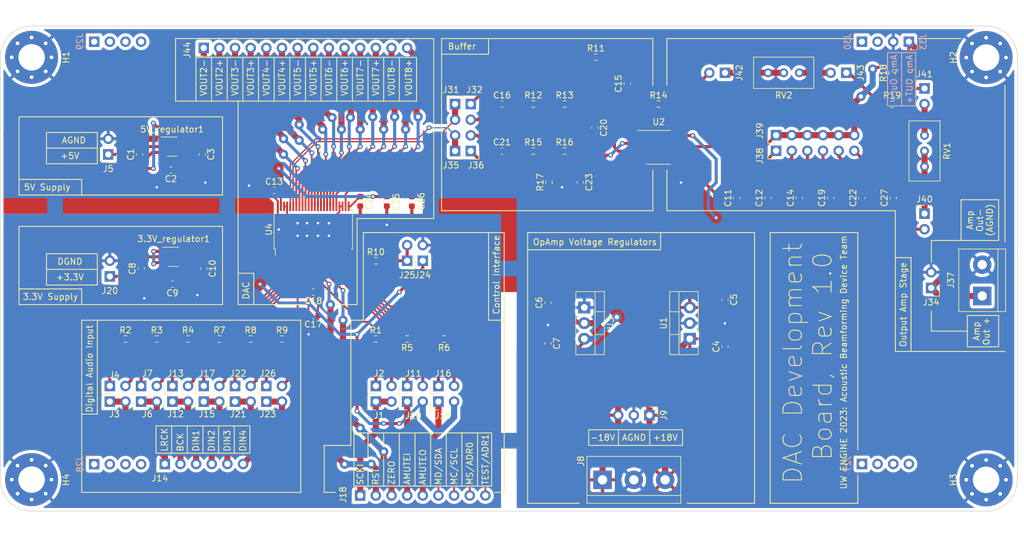
<source format=kicad_pcb>
(kicad_pcb (version 20211014) (generator pcbnew)
  (layers (0 "F.Cu" signal) (31 "B.Cu" signal) (34 "B.Paste" user) (35 "F.Paste" user) (36 "B.SilkS" user "B.Silkscreen") (37 "F.SilkS" user "F.Silkscreen") (38 "B.Mask" user) (39 "F.Mask" user) (44 "Edge.Cuts" user))
  (net 0 "")
  (net 1 "Net-(3.3V_regulator1-Pad1)")
  (net 2 "GND")
  (net 3 "Net-(3.3V_regulator1-Pad4)")
  (net 4 "VDD")
  (net 5 "Net-(5V_regulator1-Pad1)")
  (net 6 "Net-(J14-Pad2)")
  (net 7 "Net-(5V_regulator1-Pad4)")
  (net 8 "VCC1{slash}2")
  (net 9 "Net-(C4-Pad1)")
  (net 10 "Net-(C14-Pad2)")
  (net 11 "Net-(C5-Pad1)")
  (net 12 "Net-(C6-Pad2)")
  (net 13 "Net-(C7-Pad2)")
  (net 14 "Net-(C11-Pad1)")
  (net 15 "Net-(C11-Pad2)")
  (net 16 "Net-(C12-Pad2)")
  (net 17 "Net-(J10-Pad1)")
  (net 18 "Net-(C15-Pad1)")
  (net 19 "Net-(C15-Pad2)")
  (net 20 "Net-(C16-Pad2)")
  (net 21 "Net-(C16-Pad1)")
  (net 22 "Net-(C20-Pad2)")
  (net 23 "Net-(C21-Pad1)")
  (net 24 "Net-(C21-Pad2)")
  (net 25 "Net-(C19-Pad2)")
  (net 26 "Net-(C22-Pad2)")
  (net 27 "Net-(C20-Pad1)")
  (net 28 "Net-(J14-Pad4)")
  (net 29 "Net-(J14-Pad5)")
  (net 30 "Net-(J14-Pad6)")
  (net 31 "Net-(C27-Pad2)")
  (net 32 "Net-(J1-Pad1)")
  (net 33 "Net-(J2-Pad1)")
  (net 34 "SCKI")
  (net 35 "Net-(C23-Pad1)")
  (net 36 "Net-(J4-Pad1)")
  (net 37 "LRCK")
  (net 38 "VOUT1+")
  (net 39 "Net-(J17-Pad1)")
  (net 40 "BCK")
  (net 41 "VOUT1-")
  (net 42 "Net-(J18-Pad5)")
  (net 43 "Net-(C26-Pad2)")
  (net 44 "Net-(J12-Pad1)")
  (net 45 "Net-(J13-Pad1)")
  (net 46 "Net-(J14-Pad1)")
  (net 47 "Net-(J25-Pad1)")
  (net 48 "DIN1")
  (net 49 "Net-(J7-Pad1)")
  (net 50 "DIN2")
  (net 51 "RST")
  (net 52 "ZERO")
  (net 53 "MD{slash}SDA{slash}DEMP")
  (net 54 "MC{slash}SCL{slash}FMT")
  (net 55 "MS{slash}ADR0{slash}RSV")
  (net 56 "TEST{slash}ADR1{slash}RSV")
  (net 57 "Buff_Out")
  (net 58 "Net-(J11-Pad2)")
  (net 59 "Net-(J16-Pad2)")
  (net 60 "DIN3")
  (net 61 "Net-(J22-Pad1)")
  (net 62 "DIN4")
  (net 63 "Amp_Out")
  (net 64 "Net-(J40-Pad1)")
  (net 65 "Net-(J26-Pad1)")
  (net 66 "Net-(J41-Pad1)")
  (net 67 "Net-(J42-Pad1)")
  (net 69 "AMUTEI")
  (net 70 "AMUTEO")
  (net 71 "MODE")
  (net 87 "Net-(J41-Pad2)")
  (net 88 "Net-(J43-Pad1)")
  (net 89 "Net-(J43-Pad2)")
  (net 90 "Net-(J44-Pad1)")
  (net 91 "Net-(J44-Pad2)")
  (net 92 "Net-(J44-Pad3)")
  (net 93 "Net-(J44-Pad4)")
  (net 94 "Net-(J44-Pad5)")
  (net 95 "Net-(J44-Pad6)")
  (net 96 "Net-(J44-Pad7)")
  (net 97 "Net-(J44-Pad8)")
  (net 98 "Net-(J44-Pad9)")
  (net 99 "Net-(J44-Pad10)")
  (net 100 "Net-(J44-Pad11)")
  (net 101 "Net-(J44-Pad12)")
  (net 102 "Net-(J44-Pad13)")
  (net 103 "Net-(J44-Pad14)")
  (footprint "EINGINE_Parts:PinHeader_1x02_P2.54mm_Vertical_NoCourtyard" (layer "F.Cu") (at 139.192 109.728 180)
    (fp_text reference "J25")
    (fp_text value "Conn_01x02_Male")
  )
  (footprint "EINGINE_Parts:PinHeader_1x02_P2.54mm_Vertical_NoCourtyard" (layer "F.Cu") (at 144.272 130.048 90)
    (fp_text reference "J16")
    (fp_text value "Conn_01x02_Male")
  )
  (footprint "Resistor_SMD:R_0603_1608Metric_Pad0.98x0.95mm_HandSolder" (layer "F.Cu") (at 179.992 84.293)
    (fp_text reference "R14")
    (fp_text value "47")
  )
  (footprint "EINGINE_Parts:PinHeader_1x02_P2.54mm_Vertical_NoCourtyard" (layer "F.Cu") (at 134.112 132.588 90)
    (fp_text reference "J1")
    (fp_text value "Conn_01x02_Male")
  )
  (footprint "EINGINE_Parts:PinHeader_1x02_P2.54mm_Vertical_NoCourtyard" (layer "F.Cu") (at 106.172 130.048 90)
    (fp_text reference "J17")
    (fp_text value "Conn_01x02_Male")
  )
  (footprint "Capacitor_SMD:C_0603_1608Metric" (layer "F.Cu") (at 167.292 96.993 -90)
    (fp_text reference "C23")
    (fp_text value "470 pF")
  )
  (footprint "EINGINE_Parts:PinHeader_1x02_P2.54mm_Vertical_NoCourtyard" (layer "F.Cu") (at 90.678 92.469 180)
    (fp_text reference "J5")
    (fp_text value "Conn_01x02_Male")
  )
  (footprint "EINGINE_Parts:PinHeader_1x02_P2.54mm_Vertical_NoCourtyard" (layer "F.Cu") (at 90.932 130.048 90)
    (fp_text reference "J4")
    (fp_text value "Conn_01x02_Male")
  )
  (footprint "Capacitor_SMD:C_0603_1608Metric" (layer "F.Cu") (at 101.092 113.538 180)
    (fp_text reference "C9")
    (fp_text value "470 pF")
  )
  (footprint "Capacitor_SMD:C_0603_1608Metric" (layer "F.Cu") (at 106.172 110.998 -90)
    (fp_text reference "C10")
    (fp_text value "10 uF")
  )
  (footprint "EINGINE_Parts:PinHeader_1x02_P2.54mm_Vertical_NoCourtyard" (layer "F.Cu") (at 210.472 79.213 -90)
    (fp_text reference "J43")
    (fp_text value "Conn_01x02_Male")
  )
  (footprint "Capacitor_SMD:C_0603_1608Metric" (layer "F.Cu") (at 154.592 91.913)
    (fp_text reference "C21")
    (fp_text value "10 uF")
  )
  (footprint "EINGINE_Parts:PinHeader_1x02_P2.54mm_Vertical_NoCourtyard" (layer "F.Cu") (at 134.112 130.048 90)
    (fp_text reference "J2")
    (fp_text value "Conn_01x02_Male")
  )
  (footprint "MountingHole:MountingHole_4.3mm_M4_Pad_Via" (layer "F.Cu") (at 233.172 76.743 90)
    (fp_text reference "H2")
    (fp_text value "MountingHole_Pad")
  )
  (footprint "MountingHole:MountingHole_4.3mm_M4_Pad_Via" (layer "F.Cu") (at 78.232 76.708 90)
    (fp_text reference "H1")
    (fp_text value "MountingHole_Pad")
  )
  (footprint "EINGINE_Parts:PinHeader_1x03_P2.54mm_Vertical_NoCourtyard" (layer "F.Cu") (at 178.527 134.7955 -90)
    (fp_text reference "J9")
    (fp_text value "Conn_01x03_Male")
  )
  (footprint "Capacitor_SMD:C_0603_1608Metric" (layer "F.Cu") (at 117.602 98.298)
    (fp_text reference "C13")
    (fp_text value "1uF")
  )
  (footprint "MountingHole:MountingHole_4.3mm_M4_Pad_Via" (layer "F.Cu") (at 78.232 145.253 90)
    (fp_text reference "H4")
    (fp_text value "MountingHole_Pad")
  )
  (footprint "Capacitor_SMD:C_0603_1608Metric" (layer "F.Cu") (at 174.912 80.978 90)
    (fp_text reference "C15")
    (fp_text value "470 pF")
  )
  (footprint "Resistor_SMD:R_0603_1608Metric_Pad0.98x0.95mm_HandSolder" (layer "F.Cu") (at 145.1845 122.428 180)
    (fp_text reference "R6")
    (fp_text value "10k")
  )
  (footprint "EINGINE_Parts:PinHeader_1x02_P2.54mm_Vertical_NoCourtyard" (layer "F.Cu") (at 224.247 114.138 180)
    (fp_text reference "J34")
    (fp_text value "Conn_01x02_Male")
  )
  (footprint "Package_TO_SOT_SMD:SOT-23-5" (layer "F.Cu") (at 101.0405 91.199)
    (fp_text reference "5V_regulator1")
    (fp_text value "TC1185-xCT")
  )
  (footprint "EINGINE_Parts:PinHeader_1x02_P2.54mm_Vertical_NoCourtyard" (layer "F.Cu") (at 96.012 132.588 90)
    (fp_text reference "J6")
    (fp_text value "Conn_01x02_Male")
  )
  (footprint "EINGINE_Parts:PinHeader_1x09_P2.54mm_Vertical_No_Courtyard" (layer "F.Cu") (at 131.572 147.828 90)
    (fp_text reference "J18")
    (fp_text value "Conn_01x09_Male")
  )
  (footprint "Resistor_SMD:R_0603_1608Metric_Pad0.98x0.95mm_HandSolder" (layer "F.Cu") (at 217.932 84.328)
    (fp_text reference "R19")
    (fp_text value "1k")
  )
  (footprint "Capacitor_SMD:C_0603_1608Metric" (layer "F.Cu") (at 100.838 95.009 180)
    (fp_text reference "C2")
    (fp_text value "470 pF")
  )
  (footprint "Package_TO_SOT_THT:TO-220-3_Vertical" (layer "F.Cu") (at 167.942 117.313 -90)
    (fp_text reference "U3")
    (fp_text value "Linear_Regulator_N18V_MC7900")
  )
  (footprint "Resistor_SMD:R_0603_1608Metric_Pad0.98x0.95mm_HandSolder" (layer "F.Cu") (at 139.192 122.428 180)
    (fp_text reference "R5")
    (fp_text value "10k")
  )
  (footprint "EINGINE_Parts:PinHeader_1x02_P2.54mm_Vertical_NoCourtyard" (layer "F.Cu") (at 101.092 130.048 90)
    (fp_text reference "J13")
    (fp_text value "Conn_01x02_Male")
  )
  (footprint "Capacitor_SMD:C_0603_1608Metric" (layer "F.Cu") (at 192.692 99.533 90)
    (fp_text reference "C11")
    (fp_text value "39p")
  )
  (footprint "Capacitor_SMD:C_0603_1608Metric" (layer "F.Cu") (at 162.052 123.168 -90)
    (fp_text reference "C7")
    (fp_text value "1u")
  )
  (footprint "EINGINE_Parts:PinHeader_1x02_P2.54mm_Vertical_NoCourtyard" (layer "F.Cu") (at 101.092 132.588 90)
    (fp_text reference "J12")
    (fp_text value "Conn_01x02_Male")
  )
  (footprint "Resistor_SMD:R_0603_1608Metric_Pad0.98x0.95mm_HandSolder" (layer "F.Cu") (at 169.832 76.673)
    (fp_text reference "R11")
    (fp_text value "5.6k")
  )
  (footprint "MountingHole:MountingHole_4.3mm_M4_Pad_Via" (layer "F.Cu") (at 233.172 145.288 90)
    (fp_text reference "H3")
    (fp_text value "MountingHole_Pad")
  )
  (footprint "Capacitor_SMD:C_0603_1608Metric" (layer "F.Cu") (at 197.772 99.533 90)
    (fp_text reference "C12")
    (fp_text value "47")
  )
  (footprint "Potentiometer_THT:Potentiometer_Bourns_3296W_Vertical" (layer "F.Cu") (at 197.772 79.213 180)
    (fp_text reference "RV2")
    (fp_text value "100k")
  )
  (footprint "Resistor_SMD:R_0603_1608Metric_Pad0.98x0.95mm_HandSolder" (layer "F.Cu") (at 164.752 91.913)
    (fp_text reference "R16")
    (fp_text value "360")
  )
  (footprint "Resistor_SMD:R_0603_1608Metric_Pad0.98x0.95mm_HandSolder" (layer "F.Cu") (at 118.872 122.428)
    (fp_text reference "R9")
    (fp_text value "100")
  )
  (footprint "EINGINE_Parts:PinHeader_1x02_P2.54mm_Vertical_NoCourtyard" (layer "F.Cu") (at 223.172 81.753)
    (fp_text reference "J41")
    (fp_text value "Conn_01x02_Male")
  )
  (footprint "EINGINE_Parts:PinHeader_1x02_P2.54mm_Vertical_NoCourtyard" (layer "F.Cu") (at 116.332 130.048 90)
    (fp_text reference "J26")
    (fp_text value "Conn_01x02_Male")
  )
  (footprint "Resistor_SMD:R_0603_1608Metric_Pad0.98x0.95mm_HandSolder" (layer "F.Cu") (at 162.212 96.993 90)
    (fp_text reference "R17")
    (fp_text value "5.6k")
  )
  (footprint "EINGINE_Parts:PinHeader_1x06_P2.54mm_Vertical_NoCourtyard" (layer "F.Cu") (at 199.077 89.338 90)
    (fp_text reference "J39")
    (fp_text value "Conn_01x06_Male")
  )
  (footprint "EINGINE_Parts:PinHeader_1x02_P2.54mm_Vertical_NoCourtyard" (layer "F.Cu") (at 190.787 79.213 -90)
    (fp_text reference "J42")
    (fp_text value "Conn_01x02_Male")
  )
  (footprint "Capacitor_SMD:C_0603_1608Metric" (layer "F.Cu") (at 105.918 92.469 -90)
    (fp_text reference "C3")
    (fp_text value "10 uF")
  )
  (footprint "Capacitor_SMD:C_0603_1608Metric" (layer "F.Cu") (at 169.672 88.138 -90)
    (fp_text reference "C20")
    (fp_text value "3300 pF")
  )
  (footprint "Capacitor_SMD:C_0603_1608Metric" (layer "F.Cu") (at 207.932 99.533 90)
    (fp_text reference "C19")
    (fp_text value "75p")
  )
  (footprint "EINGINE_Parts:PinHeader_1x02_P2.54mm_Vertical_NoCourtyard" (layer "F.Cu") (at 90.932 132.588 90)
    (fp_text reference "J3")
    (fp_text value "Conn_01x02_Male")
  )
  (footprint "EINGINE_Parts:PCM1690_No_Courtyard_Thermal" (layer "F.Cu") (at 123.952 104.648 90)
    (fp_text reference "U4")
    (fp_text value "DAC_PCM1690")
  )
  (footprint "EINGINE_Parts:PinHeader_1x14_P2.54mm_Vertical_NoCourtyard" (layer "F.Cu") (at 106.172 75.184 90)
    (fp_text reference "J44")
    (fp_text value "Conn_01x14_Male")
  )
  (footprint "EINGINE_Parts:OPA1656_SOIC-8_3.9x5.4mm_P1.27mm" (layer "F.Cu") (at 179.992 91.313)
    (fp_text reference "U2")
    (fp_text value "OPA1656")
  )
  (footprint "EINGINE_Parts:PinHeader_1x02_P2.54mm_Vertical_NoCourtyard" (layer "F.Cu") (at 116.332 132.588 90)
    (fp_text reference "J23")
    (fp_text value "Conn_01x02_Male")
  )
  (footprint "Capacitor_SMD:C_0603_1608Metric" (layer "F.Cu") (at 202.852 99.533 90)
    (fp_text reference "C14")
    (fp_text value "56p")
  )
  (footprint "Capacitor_SMD:C_0603_1608Metric" (layer "F.Cu") (at 135.89 100.076 90)
    (fp_text reference "C25")
    (fp_text value "10 uF")
  )
  (footprint "Capacitor_SMD:C_0603_1608Metric" (layer "F.Cu") (at 96.012 110.998 90)
    (fp_text reference "C8")
    (fp_text value "10 uF")
  )
  (footprint "EINGINE_Parts:PinHeader_1x06_P2.54mm_Vertical_NoCourtyard" (layer "F.Cu") (at 99.857 142.713 90)
    (fp_text reference "J14")
    (fp_text value "Conn_01x06_Male")
  )
  (footprint "Resistor_SMD:R_0603_1608Metric_Pad0.98x0.95mm_HandSolder" (layer "F.Cu") (at 134.112 109.728)
    (fp_text reference "R10")
    (fp_text value "10k")
  )
  (footprint "Resistor_SMD:R_0603_1608Metric_Pad0.98x0.95mm_HandSolder" (layer "F.Cu") (at 103.632 122.428)
    (fp_text reference "R4")
    (fp_text value "100")
  )
  (footprint "EINGINE_Parts:PinHeader_1x02_P2.54mm_Vertical_NoCourtyard" (layer "F.Cu") (at 106.172 132.588 90)
    (fp_text reference "J15")
    (fp_text value "Conn_01x02_Male")
  )
  (footprint "EINGINE_Parts:PinHeader_1x02_P2.54mm_Vertical_NoCourtyard" (layer "F.Cu") (at 139.192 132.588 90)
    (fp_text reference "J10")
    (fp_text value "Conn_01x02_Male")
  )
  (footprint "EINGINE_Parts:PinHeader_1x02_P2.54mm_Vertical_NoCourtyard" (layer "F.Cu") (at 223.172 102.073)
    (fp_text reference "J40")
    (fp_text value "Conn_01x02_Male")
  )
  (footprint "EINGINE_Parts:PinHeader_1x06_P2.54mm_Vertical_NoCourtyard" (layer "F.Cu") (at 199.077 91.878 90)
    (fp_text reference "J38")
    (fp_text value "Conn_01x06_Male")
  )
  (footprint "Resistor_SMD:R_0603_1608Metric_Pad0.98x0.95mm_HandSolder" (layer "F.Cu") (at 164.752 84.293)
    (fp_text reference "R13")
    (fp_text value "360")
  )
  (footprint "Capacitor_SMD:C_0603_1608Metric" (layer "F.Cu") (at 190.787 116.043 -90)
    (fp_text reference "C5")
    (fp_text value "C")
  )
  (footprint "Resistor_SMD:R_0603_1608Metric_Pad0.98x0.95mm_HandSolder" (layer "F.Cu") (at 113.792 122.428)
    (fp_text reference "R8")
    (fp_text value "100")
  )
  (footprint "Capacitor_SMD:C_0603_1608Metric" (layer "F.Cu") (at 123.952 114.808 180)
    (fp_text reference "C18")
    (fp_text value "1 uF")
  )
  (footprint "Capacitor_SMD:C_0603_1608Metric" (layer "F.Cu") (at 95.758 92.469 90)
    (fp_text reference "C1")
    (fp_text value "10 uF")
  )
  (footprint "Capacitor_SMD:C_0603_1608Metric" (layer "F.Cu") (at 123.952 118.618 180)
    (fp_text reference "C17")
    (fp_text value "10 uF")
  )
  (footprint "EINGINE_Parts:PinHeader_1x02_P2.54mm_Vertical_NoCourtyard" (layer "F.Cu") (at 149.512 84.293)
    (fp_text reference "J32")
    (fp_text value "Conn_01x02_Male")
  )
  (footprint "EINGINE_Parts:PinHeader_1x02_P2.54mm_Vertical_NoCourtyard" (layer "F.Cu") (at 90.932 112.268 180)
    (fp_text reference "J20")
    (fp_text value "Conn_01x02_Male")
  )
  (footprint "EINGINE_Parts:PinHeader_1x02_P2.54mm_Vertical_NoCourtyard" (layer "F.Cu") (at 144.272 132.588 90)
    (fp_text reference "J19")
    (fp_text value "Conn_01x02_Male")
  )
  (footprint "TerminalBlock:TerminalBlock_bornier-2_P5.08mm" (layer "F.Cu") (at 232.537 115.443 90)
    (fp_text reference "J37")
    (fp_text value "Screw_Terminal_01x02")
  )
  (footprint "Potentiometer_THT:Potentiometer_Bourns_3296W_Vertical" (layer "F.Cu") (at 223.172 94.453 -90)
    (fp_text reference "RV1")
    (fp_text value "100k")
  )
  (footprint "Capacitor_SMD:C_0603_1608Metric" (layer "F.Cu") (at 190.787 123.663 90)
    (fp_text reference "C4")
    (fp_text value "0.33u")
  )
  (footprint "EINGINE_Parts:PinHeader_1x02_P2.54mm_Vertical_NoCourtyard" (layer "F.Cu") (at 111.252 130.048 90)
    (fp_text reference "J22")
    (fp_text value "Conn_01x02_Male")
  )
  (footprint "EINGINE_Parts:PinHeader_1x02_P2.54mm_Vertical_NoCourtyard" (layer "F.Cu") (at 141.732 109.728 180)
    (fp_text reference "J24")
    (fp_text value "Conn_01x02_Male")
  )
  (footprint "EINGINE_Parts:PinHeader_1x02_P2.54mm_Vertical_NoCourtyard" (layer "F.Cu") (at 139.192 130.048 90)
    (fp_text reference "J11")
    (fp_text value "Conn_01x02_Male")
  )
  (footprint "Resistor_SMD:R_0603_1608Metric_Pad0.98x0.95mm_HandSolder" (layer "F.Cu") (at 108.712 122.428)
    (fp_text reference "R7")
    (fp_text value "100")
  )
  (footprint "Capacitor_SMD:C_0603_1608Metric" (layer "F.Cu") (at 154.592 84.293)
    (fp_text reference "C16")
    (fp_text value "10 uF")
  )
  (footprint "EINGINE_Parts:PinHeader_1x02_P2.54mm_Vertical_NoCourtyard" (layer "F.Cu") (at 96.012 130.048 90)
    (fp_text reference "J7")
    (fp_text value "Conn_01x02_Male")
  )
  (footprint "EINGINE_Parts:PinHeader_1x02_P2.54mm_Vertical_NoCourtyard" (layer "F.Cu") (at 146.972 91.913 180)
    (fp_text reference "J35")
    (fp_text value "Conn_01x02_Male")
  )
  (footprint "Resistor_SMD:R_0603_1608Metric_Pad0.98x0.95mm_HandSolder" (layer "F.Cu") (at 159.672 84.293)
    (fp_text reference "R12")
    (fp_text value "7.5k")
  )
  (footprint "Resistor_SMD:R_0603_1608Metric_Pad0.98x0.95mm_HandSolder" (layer "F.Cu") (at 217.932 79.248 90)
    (fp_text reference "R18")
    (fp_text value "1k")
  )
  (footprint "EINGINE_Parts:PinHeader_1x02_P2.54mm_Vertical_NoCourtyard" (layer "F.Cu") (at 111.252 132.588 90)
    (fp_text reference "J21")
    (fp_text value "Conn_01x02_Male")
  )
  (footprint "Capacitor_SMD:C_0603_1608Metric" (layer "F.Cu") (at 131.572 100.076 -90)
    (fp_text reference "C24")
    (fp_text value "1 uF")
  )
  (footprint "Capacitor_SMD:C_0603_1608Metric" (layer "F.Cu") (at 139.954 100.089 90)
    (fp_text reference "C26")
    (fp_text value "10 uF")
  )
  (footprint "Resistor_SMD:R_0603_1608Metric_Pad0.98x0.95mm_HandSolder" (layer "F.Cu") (at 134.112 122.428)
    (fp_text reference "R1")
    (fp_text value "10k")
  )
  (footprint "Capacitor_SMD:C_0603_1608Metric" (layer "F.Cu") (at 213.012 99.533 90)
    (fp_text reference "C22")
    (fp_text value "110p")
  )
  (footprint "EINGINE_Parts:PinHeader_1x02_P2.54mm_Vertical_NoCourtyard" (layer "F.Cu") (at 149.512 91.913 180)
    (fp_text reference "J36")
    (fp_text value "Conn_01x02_Male")
  )
  (footprint "Resistor_SMD:R_0603_1608Metric_Pad0.98x0.95mm_HandSolder" (layer "F.Cu") (at 98.552 122.428)
    (fp_text reference "R3")
    (fp_text value "100")
  )
  (footprint "Package_TO_SOT_SMD:SOT-23-5" (layer "F.Cu") (at 101.2945 109.093)
    (fp_text reference "3.3V_regulator1")
    (fp_text value "TC1015-xCT")
  )
  (footprint "Resistor_SMD:R_0603_1608Metric_Pad0.98x0.95mm_HandSolder" (layer "F.Cu") (at 159.672 91.913)
    (fp_text reference "R15")
    (fp_text value "7.5k")
  )
  (footprint "EINGINE_Parts:PinHeader_1x02_P2.54mm_Vertical_NoCourtyard" (layer "F.Cu") (at 146.972 84.293)
    (fp_text reference "J31")
    (fp_text value "Conn_01x02_Male")
  )
  (footprint "Resistor_SMD:R_0603_1608Metric_Pad0.98x0.95mm_HandSolder" (layer "F.Cu") (at 93.472 122.428)
    (fp_text reference "R2")
    (fp_text value "100")
  )
  (footprint "Capacitor_SMD:C_0603_1608Metric" (layer "F.Cu") (at 218.092 99.533 90)
    (fp_text reference "C27")
    (fp_text value "220p")
  )
  (footprint "Package_TO_SOT_THT:TO-220-3_Vertical" (layer "F.Cu") (at 185.072 122.393 90)
    (fp_text reference "U1")
    (fp_text value "Linear_Regulator_P18V_MC7800")
  )
  (footprint "TerminalBlock:TerminalBlock_bornier-3_P5.08mm" (layer "F.Cu") (at 170.907 145.288)
    (fp_text reference "J8")
    (fp_text value "Screw_Terminal_01x03")
  )
  (footprint "Capacitor_SMD:C_0603_1608Metric" (layer "F.Cu") (at 162.052 116.538 90)
    (fp_text reference "C6")
    (fp_text value "0.33u")
  )
  (footprint "EINGINE_Parts:PinHeader_1x02_P2.54mm_Vertical_NoCourtyard" (layer "B.Cu") (at 220.632 74.168 90)
    (fp_text reference "J33")
    (fp_text value "Conn_01x02_Male")
  )
  (footprint "EINGINE_Parts:PinHeader_1x04_P2.54mm_Vertical_NoCourtyard" (layer "B.Cu") (at 88.392 142.748 -90)
    (fp_text reference "J28")
    (fp_text value "Conn_01x04_Male")
  )
  (footprint "EINGINE_Parts:PinHeader_1x02_P2.54mm_Vertical_NoCourtyard" (layer "B.Cu") (at 213.012 74.168 -90)
    (fp_text reference "J30")
    (fp_text value "Conn_01x02_Male")
  )
  (footprint "EINGINE_Parts:PinHeader_1x04_P2.54mm_Vertical_NoCourtyard" (layer "B.Cu") (at 213.012 142.713 -90)
    (fp_text reference "J27")
    (fp_text value "Conn_01x04_Male")
  )
  (footprint "EINGINE_Parts:PinHeader_1x04_P2.54mm_Vertical_NoCourtyard" (layer "B.Cu") (at 88.392 74.168 -90)
    (fp_text reference "J29")
    (fp_text value "Conn_01x04_Male")
  )
  (gr_line (start 219.456 75.946) (end 219.456 84.582) (layer "B.SilkS") (width 0.15))
  (gr_rect (start 217.17 75.946) (end 221.742 84.582) (layer "B.SilkS") (width 0.15) (fill none))
  (gr_line (start 137.922 76.708) (end 137.922 83.82) (layer "F.SilkS") (width 0.15))
  (gr_line (start 158.75 107.95) (end 180.34 107.95) (layer "F.SilkS") (width 0.15))
  (gr_line (start 106.045 136.525) (end 106.045 140.97) (layer "F.SilkS") (width 0.15))
  (gr_line (start 143.002 137.668) (end 143.002 146.304) (layer "F.SilkS") (width 0.15))
  (gr_line (start 111.125 136.525) (end 111.125 140.97) (layer "F.SilkS") (width 0.15))
  (gr_line (start 145.542 146.304) (end 145.542 137.668) (layer "F.SilkS") (width 0.15))
  (gr_line (start 86.36 119.38) (end 121.92 119.38) (layer "F.SilkS") (width 0.15))
  (gr_line (start 181.356 101.6) (end 218.44 101.6) (layer "F.SilkS") (width 0.15))
  (gr_line (start 135.382 139.954) (end 135.382 137.668) (layer "F.SilkS") (width 0.15))
  (gr_line (start 154.94 147.32) (end 153.416 147.32) (layer "F.SilkS") (width 0.15))
  (gr_line (start 158.75 149.098) (end 167.132 149.098) (layer "F.SilkS") (width 0.15))
  (gr_line (start 125.222 76.708) (end 125.222 83.82) (layer "F.SilkS") (width 0.15))
  (gr_line (start 129.794 139.7) (end 125.73 139.7) (layer "F.SilkS") (width 0.15))
  (gr_rect (start 229.108 99.822) (end 235.204 106.426) (layer "F.SilkS") (width 0.15) (fill none))
  (gr_line (start 218.44 109.22) (end 220.98 109.22) (layer "F.SilkS") (width 0.15))
  (gr_line (start 229.108 106.426) (end 224.282 106.426) (layer "F.SilkS") (width 0.15))
  (gr_line (start 135.382 146.304) (end 135.382 141.478) (layer "F.SilkS") (width 0.15))
  (gr_rect (start 230.124 118.618) (end 235.204 123.698) (layer "F.SilkS") (width 0.15) (fill none))
  (gr_line (start 132.08 119.38) (end 132.08 105.156) (layer "F.SilkS") (width 0.15))
  (gr_line (start 224.282 121.158) (end 224.282 117.856) (layer "F.SilkS") (width 0.15))
  (gr_line (start 181.356 73.66) (end 208.534 73.66) (layer "F.SilkS") (width 0.15))
  (gr_rect (start 88.9 91.44) (end 80.645 91.44) (layer "F.SilkS") (width 0.15) (fill none))
  (gr_line (start 230.124 121.158) (end 224.282 121.158) (layer "F.SilkS") (width 0.15))
  (gr_line (start 76.2 86.36) (end 109.22 86.36) (layer "F.SilkS") (width 0.15))
  (gr_line (start 212.344 149.098) (end 198.12 149.098) (layer "F.SilkS") (width 0.15))
  (gr_line (start 236.22 106.68) (end 236.22 81.28) (layer "F.SilkS") (width 0.15))
  (gr_line (start 140.462 146.304) (end 140.462 137.668) (layer "F.SilkS") (width 0.15))
  (gr_line (start 107.442 76.708) (end 107.442 83.82) (layer "F.SilkS") (width 0.15))
  (gr_line (start 179.07 101.6) (end 179.07 94.996) (layer "F.SilkS") (width 0.15))
  (gr_line (start 144.78 76.2) (end 152.4 76.2) (layer "F.SilkS") (width 0.15))
  (gr_line (start 104.902 76.708) (end 104.902 83.82) (layer "F.SilkS") (width 0.15))
  (gr_line (start 144.78 101.6) (end 179.07 101.6) (layer "F.SilkS") (width 0.15))
  (gr_line (start 212.344 144.526) (end 212.344 149.098) (layer "F.SilkS") (width 0.15))
  (gr_line (start 181.356 94.996) (end 181.356 101.6) (layer "F.SilkS") (width 0.15))
  (gr_rect (start 80.645 88.9) (end 88.9 93.98) (layer "F.SilkS") (width 0.15) (fill none))
  (gr_line (start 120.142 76.708) (end 120.142 83.82) (layer "F.SilkS") (width 0.15))
  (gr_line (start 143.51 73.66) (end 101.6 73.66) (layer "F.SilkS") (width 0.15))
  (gr_line (start 137.922 137.668) (end 137.922 146.304) (layer "F.SilkS") (width 0.15))
  (gr_line (start 114.3 116.84) (end 114.3 111.76) (layer "F.SilkS") (width 0.15))
  (gr_line (start 111.76 83.82) (end 140.716 83.82) (layer "F.SilkS") (width 0.15))
  (gr_line (start 109.982 76.708) (end 109.982 83.82) (layer "F.SilkS") (width 0.15))
  (gr_line (start 108.585 136.525) (end 108.585 140.97) (layer "F.SilkS") (width 0.15))
  (gr_line (start 130.302 76.708) (end 130.302 83.82) (layer "F.SilkS") (width 0.15))
  (gr_line (start 144.78 73.66) (end 144.78 101.6) (layer "F.SilkS") (width 0.15))
  (gr_rect (start 88.9 108.585) (end 80.645 113.665) (layer "F.SilkS") (width 0.15) (fill none))
  (gr_line (start 86.36 114.3) (end 86.36 116.84) (layer "F.SilkS") (width 0.15))
  (gr_line (start 127.762 76.708) (end 127.762 83.82) (layer "F.SilkS") (width 0.15))
  (gr_line (start 86.36 134.62) (end 88.9 134.62) (layer "F.SilkS") (width 0.15))
  (gr_line (start 152.4 76.2) (end 152.4 73.66) (layer "F.SilkS") (width 0.15))
  (gr_line (start 208.534 73.66) (end 211.582 73.66) (layer "F.SilkS") (width 0.15))
  (gr_line (start 130.048 119.38) (end 130.048 139.7) (layer "F.SilkS") (width 0.15))
  (gr_line (start 178.562 137.16) (end 178.562 139.7) (layer "F.SilkS") (width 0.15))
  (gr_line (start 86.36 147.32) (end 86.36 119.38) (layer "F.SilkS") (width 0.15))
  (gr_rect (start 98.425 136.525) (end 113.665 140.97) (layer "F.SilkS") (width 0.15) (fill none))
  (gr_line (start 131.064 116.84) (end 131.064 102.87) (layer "F.SilkS") (width 0.15))
  (gr_rect (start 168.656 137.16) (end 183.896 139.7) (layer "F.SilkS") (width 0.15) (fill none))
  (gr_line (start 125.73 139.7) (end 125.73 147.32) (layer "F.SilkS") (width 0.15))
  (gr_line (start 132.842 76.708) (end 132.842 83.82) (layer "F.SilkS") (width 0.15))
  (gr_line (start 152.4 119.38) (end 152.4 105.156) (layer "F.SilkS") (width 0.15))
  (gr_line (start 198.12 105.156) (end 212.344 105.156) (layer "F.SilkS") (width 0.15))
  (gr_line (start 117.602 76.708) (end 117.602 83.82) (layer "F.SilkS") (width 0.15))
  (gr_line (start 181.356 73.66) (end 181.356 81.28) (layer "F.SilkS") (width 0.15))
  (gr_line (start 179.07 73.66) (end 144.78 73.66) (layer "F.SilkS") (width 0.15))
  (gr_line (start 76.2 116.84) (end 76.2 104.14) (layer "F.SilkS") (width 0.15))
  (gr_line (start 148.082 137.668) (end 148.082 146.304) (layer "F.SilkS") (width 0.15))
  (gr_line (start 195.58 149.098) (end 184.658 149.098) (layer "F.SilkS") (width 0.15))
  (gr_line (start 154.94 119.38) (end 154.94 147.32) (layer "F.SilkS") (width 0.15))
  (gr_line (start 115.062 76.708) (end 115.062 83.82) (layer "F.SilkS") (width 0.15))
  (gr_line (start 132.08 105.156) (end 154.94 105.156) (layer "F.SilkS") (width 0.15))
  (gr_line (start 76.2 99.06) (end 76.2 86.36) (layer "F.SilkS") (width 0.15))
  (gr_line (start 122.682 76.708) (end 122.682 83.82) (layer "F.SilkS") (width 0.15))
  (gr_line (start 86.36 96.52) (end 86.36 99.06) (layer "F.SilkS") (width 0.15))
  (gr_line (start 100.965 136.525) (end 100.965 140.97) (layer "F.SilkS") (width 0.15))
  (gr_line (start 158.75 105.156) (end 195.58 105.156) (layer "F.SilkS") (width 0.15))
  (gr_line (start 101.6 83.82) (end 111.76 83.82) (layer "F.SilkS") (width 0.15))
  (gr_line (start 103.505 136.525) (end 103.505 140.97) (layer "F.SilkS") (width 0.15))
  (gr_line (start 131.064 102.87) (end 143.51 102.87) (layer "F.SilkS") (width 0.15))
  (gr_line (start 180.34 107.95) (end 180.34 105.156) (layer "F.SilkS") (width 0.15))
  (gr_line (start 76.2 104.14) (end 109.22 104.14) (layer "F.SilkS") (width 0.15))
  (gr_line (start 88.9 134.62) (end 88.9 119.38) (layer "F.SilkS") (width 0.15))
  (gr_line (start 129.794 139.7) (end 130.048 139.7) (layer "F.SilkS") (width 0.15))
  (gr_line (start 173.482 137.16) (end 173.482 139.7) (layer "F.SilkS") (width 0.15))
  (gr_line (start 154.94 105.156) (end 154.94 119.38) (layer "F.SilkS") (width 0.15))
  (gr_line (start 111.76 83.82) (end 111.76 116.84) (layer "F.SilkS") (width 0.15))
  (gr_line (start 154.94 119.38) (end 152.4 119.38) (layer "F.SilkS") (width 0.15))
  (gr_line (start 212.344 105.156) (end 212.344 140.462) (layer "F.SilkS") (width 0.15))
  (gr_line (start 135.382 76.708) (end 135.382 83.82) (layer "F.SilkS") (width 0.15))
  (gr_line (start 121.92 147.32) (end 86.36 147.32) (layer "F.SilkS") (width 0.15))
  (gr_line (start 132.842 142.24) (end 132.842 137.668) (layer "F.SilkS") (width 0.15))
  (gr_line (start 198.12 149.098) (end 198.12 105.156) (layer "F.SilkS") (width 0.15))
  (gr_line (start 218.44 101.6) (end 218.44 124.46) (layer "F.SilkS") (width 0.15))
  (gr_line (start 130.048 119.38) (end 132.08 119.38) (layer "F.SilkS") (width 0.15))
  (gr_line (start 143.51 102.87) (end 143.51 73.66) (layer "F.SilkS") (width 0.15))
  (gr_line (start 101.6 73.66) (end 101.6 83.82) (layer "F.SilkS") (width 0.15))
  (gr_line (start 222.25 73.66) (end 229.108 73.66) (layer "F.SilkS") (width 0.15))
  (gr_line (start 132.842 146.304) (end 132.842 143.51) (layer "F.SilkS") (width 0.15))
  (gr_line (start 150.622 146.304) (end 150.622 137.668) (layer "F.SilkS") (width 0.15))
  (gr_line (start 224.282 106.426) (end 224.282 109.982) (layer "F.SilkS") (width 0.15))
  (gr_line (start 140.716 83.82) (end 140.716 76.708) (layer "F.SilkS") (width 0.15))
  (gr_line (start 109.22 116.84) (end 76.2 116.84) (layer "F.SilkS") (width 0.15))
  (gr_line (start 179.07 81.28) (end 179.07 73.66) (layer "F.SilkS") (width 0.15))
  (gr_rect (start 130.556 146.304) (end 152.908 137.668) (layer "F.SilkS") (width 0.15) (fill none))
  (gr_line (start 218.44 124.46) (end 236.22 124.46) (layer "F.SilkS") (width 0.15))
  (gr_line (start 125.73 147.32) (end 127.508 147.32) (layer "F.SilkS") (width 0.15))
  (gr_line (start 109.22 86.36) (end 109.22 99.06) (layer "F.SilkS") (width 0.15))
  (gr_line (start 158.75 105.156) (end 158.75 149.098) (layer "F.SilkS") (width 0.15))
  (gr_line (start 109.22 99.06) (end 76.2 99.06) (layer "F.SilkS") (width 0.15))
  (gr_line (start 76.2 96.52) (end 86.36 96.52) (layer "F.SilkS") (width 0.15))
  (gr_line (start 121.92 119.38) (end 121.92 147.32) (layer "F.SilkS") (width 0.15))
  (gr_line (start 76.2 114.3) (end 86.36 114.3) (layer "F.SilkS") (width 0.15))
  (gr_line (start 88.9 111.125) (end 80.645 111.125) (layer "F.SilkS") (width 0.15))
  (gr_line (start 109.22 104.14) (end 109.22 116.84) (layer "F.SilkS") (width 0.15))
  (gr_line (start 195.58 105.156) (end 195.58 149.098) (layer "F.SilkS") (width 0.15))
  (gr_line (start 112.522 76.708) (end 112.522 83.82) (layer "F.SilkS") (width 0.15))
  (gr_line (start 111.76 116.84) (end 121.92 116.84) (layer "F.SilkS") (width 0.15))
  (gr_line (start 140.716 76.708) (end 104.902 76.708) (layer "F.SilkS") (width 0.15))
  (gr_line (start 131.064 116.84) (end 127.508 116.84) (layer "F.SilkS") (width 0.15))
  (gr_line (start 220.98 109.22) (end 220.98 124.46) (layer "F.SilkS") (width 0.15))
  (gr_line (start 114.3 111.76) (end 111.76 111.76) (layer "F.SilkS") (width 0.15))
  (gr_line (start 238.252 76.708) (end 238.252 145.288) (layer "Edge.Cuts") (width 0.1))
  (gr_line (start 78.232 71.628) (end 233.172 71.628) (layer "Edge.Cuts") (width 0.1))
  (gr_arc (start 78.232 150.368) (mid 74.639898 148.880102) (end 73.152 145.288) (layer "Edge.Cuts") (width 0.1))
  (gr_arc (start 73.152 76.708) (mid 74.639898 73.115898) (end 78.232 71.628) (layer "Edge.Cuts") (width 0.1))
  (gr_arc (start 238.252 145.288) (mid 236.764102 148.880102) (end 233.172 150.368) (layer "Edge.Cuts") (width 0.1))
  (gr_line (start 78.232 150.368) (end 233.172 150.368) (layer "Edge.Cuts") (width 0.1))
  (gr_line (start 73.152 145.288) (end 73.152 76.708) (layer "Edge.Cuts") (width 0.1))
  (gr_arc (start 233.172 71.628) (mid 236.764102 73.115898) (end 238.252 76.708) (layer "Edge.Cuts") (width 0.1))
  (gr_text "Amp OUT+" (at 220.726 80.264 90) (layer "B.SilkS") (effects (font (size 1 1)) (justify mirror)))
  (gr_text "Amp Out-" (at 218.186 80.097333 90) (layer "B.SilkS") (effects (font (size 1 1)) (justify mirror)))
  (gr_text "3.3V Supply" (at 81.28 115.57) (layer "F.SilkS") (effects (font (size 1 1))))
  (gr_text "ZERO" (at 136.652 144.152666 90) (layer "F.SilkS") (effects (font (size 1 1))))
  (gr_text "BCK" (at 102.362 139.176095 90) (layer "F.SilkS") (effects (font (size 1 1))))
  (gr_text "DIN2" (at 107.442 138.938 90) (layer "F.SilkS") (effects (font (size 1 1))))
  (gr_text "LRCK" (at 99.822 138.771333 90) (layer "F.SilkS") (effects (font (size 1 1))))
  (gr_text "+18V" (at 181.102 138.43) (layer "F.SilkS") (effects (font (size 1 1))))
  (gr_text "VOUT7+" (at 134.112 80.01 90) (layer "F.SilkS") (effects (font (size 1 1))))
  (gr_text "Digital Audio Input" (at 87.63 127.254 90) (layer "F.SilkS") (effects (font (size 1 1))))
  (gr_text "VOUT2+" (at 108.712 80.01 90) (layer "F.SilkS") (effects (font (size 1 1))))
  (gr_text "MC/SCL" (at 146.812 143.128857 90) (layer "F.SilkS") (effects (font (size 1 1))))
  (gr_text "Output Amp Stage" (at 219.71 116.84 90) (layer "F.SilkS") (effects (font (size 1 1))))
  (gr_text "VOUT3+" (at 113.792 80.01 90) (layer "F.SilkS") (effects (font (size 1 1))))
  (gr_text "SCKI" (at 131.572 144.390762 90) (layer "F.SilkS") (effects (font (size 1 1))))
  (gr_text "AGND" (at 176.022 138.43) (layer "F.SilkS") (effects (font (size 1 1))))
  (gr_text "VOUT6+" (at 129.032 80.01 90) (layer "F.SilkS") (effects (font (size 1 1))))
  (gr_text "RST" (at 134.112 144.747904 90) (layer "F.SilkS") (effects (font (size 1 1))))
  (gr_text "Amp\nOut +" (at 232.41 121.158 90) (layer "F.SilkS") (effects (font (size 1 1))))
  (gr_text "DIN1" (at 104.902 138.938 90) (layer "F.SilkS") (effects (font (size 1 1))))
  (gr_text "MS/ADR0" (at 149.352 142.628857 90) (layer "F.SilkS") (effects (font (size 1 1))))
  (gr_text "Amp\nOut-\n(AGND)" (at 232.156 103.124 90) (layer "F.SilkS") (effects (font (size 1 1))))
  (gr_text "VOUT4+" (at 118.872 80.01 90) (layer "F.SilkS") (effects (font (size 1 1))))
  (gr_text "UW ENGINE 2023: Acoustic Beamforming Device Team" (at 210.058 126.238 90) (layer "F.SilkS") (effects (font (size 1 1))))
  (gr_text "5V Supply" (at 80.772 97.79) (layer "F.SilkS") (effects (font (size 1 1))))
  (gr_text "AGND" (at 85.09 90.17) (layer "F.SilkS") (effects (font (size 1 1))))
  (gr_text "VOUT2-" (at 106.172 80.01 90) (layer "F.SilkS") (effects (font (size 1 1))))
  (gr_text "VOUT6-" (at 126.492 80.01 90) (layer "F.SilkS") (effects (font (size 1 1))))
  (gr_text "DIN4" (at 112.522 138.938 90) (layer "F.SilkS") (effects (font (size 1 1))))
  (gr_text "VOUT4-" (at 116.332 80.01 90) (layer "F.SilkS") (effects (font (size 1 1))))
  (gr_text "VOUT5-" (at 121.412 80.01 90) (layer "F.SilkS") (effects (font (size 1 1))))
  (gr_text "TEST/ADR1" (at 151.892 141.986 90) (layer "F.SilkS") (effects (font (size 1 1))))
  (gr_text "Buffer" (at 148.082 74.93) (layer "F.SilkS") (effects (font (size 1 1))))
  (gr_text "AMUTEI" (at 139.192 143.509809 90) (layer "F.SilkS") (effects (font (size 1 1))))
  (gr_text "-18V" (at 170.942 138.43) (layer "F.SilkS") (effects (font (size 1 1))))
  (gr_text "+3.3V" (at 84.455 112.395) (layer "F.SilkS") (effects (font (size 1 1))))
  (gr_text "Control Interface" (at 153.67 112.014 90) (layer "F.SilkS") (effects (font (size 1 1))))
  (gr_text "VOUT8+" (at 139.446 80.01 90) (layer "F.SilkS") (effects (font (size 1 1))))
  (gr_text "DAC" (at 113.03 114.554 90) (layer "F.SilkS") (effects (font (size 1 1))))
  (gr_text "VOUT8-" (at 136.652 80.01 90) (layer "F.SilkS") (effects (font (size 1 1))))
  (gr_text "OpAmp Voltage Regulators" (at 169.672 106.68) (layer "F.SilkS") (effects (font (size 1 1))))
  (gr_text "DIN3" (at 109.982 138.938 90) (layer "F.SilkS") (effects (font (size 1 1))))
  (gr_text "VOUT5+" (at 123.952 80.01 90) (layer "F.SilkS") (effects (font (size 1 1))))
  (gr_text "DGND" (at 84.455 109.855) (layer "F.SilkS") (effects (font (size 1 1))))
  (gr_text "DAC Development \nBoard, Rev 1.0" (at 204.216 125.222 90) (layer "F.SilkS") (effects (font (size 3 3))))
  (gr_text "+5V" (at 84.455 92.71) (layer "F.SilkS") (effects (font (size 1 1))))
  (gr_text "VOUT7-" (at 131.572 80.01 90) (layer "F.SilkS") (effects (font (size 1 1))))
  (gr_text "AMUTEO" (at 141.732 143.224095 90) (layer "F.SilkS") (effects (font (size 1 1))))
  (gr_text "VOUT3-" (at 111.252 80.01 90) (layer "F.SilkS") (effects (font (size 1 1))))
  (gr_text "MD/SDA" (at 144.272 143.105047 90) (layer "F.SilkS") (effects (font (size 1 1))))
  (segment (start 96.012 111.773) (end 98.427 111.773) (width 0.5) (layer "F.Cu") (net 1))
  (segment (start 100.096 108.204) (end 100.157 108.143) (width 0.5) (layer "F.Cu") (net 1))
  (segment (start 98.427 111.773) (end 100.157 110.043) (width 0.5) (layer "F.Cu") (net 1))
  (segment (start 100.157 110.043) (end 98.237 110.043) (width 0.5) (layer "F.Cu") (net 1))
  (segment (start 98.044 108.204) (end 100.096 108.204) (width 0.5) (layer "F.Cu") (net 1))
  (segment (start 98.237 110.043) (end 98.044 110.236) (width 0.5) (layer "F.Cu") (net 1))
  (segment (start 95.517 112.268) (end 90.932 112.268) (width 0.5) (layer "F.Cu") (net 1))
  (segment (start 96.012 111.773) (end 95.517 112.268) (width 0.5) (layer "F.Cu") (net 1))
  (via (at 98.044 108.204) (size 0.8) (drill 0.4) (layers "F.Cu" "B.Cu") (net 1))
  (via (at 98.044 110.236) (size 0.8) (drill 0.4) (layers "F.Cu" "B.Cu") (net 1))
  (segment (start 98.044 110.236) (end 98.044 108.204) (width 0.5) (layer "B.Cu") (net 1))
  (segment (start 106.172 111.773) (end 106.172 114.3) (width 0.5) (layer "F.Cu") (net 2))
  (segment (start 114.3 98.298) (end 113.538 97.536) (width 0.3) (layer "F.Cu") (net 2))
  (segment (start 125.328041 104.648) (end 123.952 104.648) (width 0.3) (layer "F.Cu") (net 2))
  (segment (start 94.4235 91.694) (end 92.6585 89.929) (width 0.5) (layer "F.Cu") (net 2))
  (segment (start 131.572 100.851) (end 131.572 102.108) (width 0.5) (layer "F.Cu") (net 2))
  (segment (start 120.202 106.366) (end 120.904 105.664) (width 0.3) (layer "F.Cu") (net 2))
  (segment (start 95.517 109.728) (end 90.932 109.728) (width 0.5) (layer "F.Cu") (net 2))
  (segment (start 118.202 100.021959) (end 116.827 98.646959) (width 0.3) (layer "F.Cu") (net 2))
  (segment (start 118.202 108.398) (end 118.202 104.81) (width 0.3) (layer "F.Cu") (net 2))
  (segment (start 120.202 108.398) (end 120.202 106.366) (width 0.3) (layer "F.Cu") (net 2))
  (segment (start 118.202 104.81) (end 118.364 104.648) (width 0.3) (layer "F.Cu") (net 2))
  (segment (start 135.89 100.851) (end 135.89 103.886) (width 0.5) (layer "F.Cu") (net 2))
  (segment (start 133.35 103.886) (end 135.89 103.886) (width 0.5) (layer "F.Cu") (net 2))
  (segment (start 95.758 91.694) (end 96.7355 91.694) (width 0.5) (layer "F.Cu") (net 2))
  (segment (start 120.904 105.664) (end 121.92 105.664) (width 0.3) (layer "F.Cu") (net 2))
  (segment (start 167.27 97.79) (end 167.292 97.768) (width 0.5) (layer "F.Cu") (net 2))
  (segment (start 182.692 93.218) (end 182.692 96.078) (width 0.5) (layer "F.Cu") (net 2))
  (segment (start 119.702 103.31) (end 118.364 104.648) (width 0.3) (layer "F.Cu") (net 2))
  (segment (start 120.396 104.648) (end 123.952 104.648) (width 0.3) (layer "F.Cu") (net 2))
  (segment (start 162.212 97.9055) (end 164.2225 97.9055) (width 0.5) (layer "F.Cu") (net 2))
  (segment (start 99.314 97.79) (end 98.552 97.79) (width 0.5) (layer "F.Cu") (net 2))
  (segment (start 128.202 100.898) (end 128.202 101.774041) (width 0.3) (layer "F.Cu") (net 2))
  (segment (start 100.317 113.538) (end 98.806 113.538) (width 0.5) (layer "F.Cu") (net 2))
  (segment (start 162.052 117.313) (end 162.052 120.142) (width 0.5) (layer "F.Cu") (net 2))
  (segment (start 118.202 104.486) (end 118.364 104.648) (width 0.3) (layer "F.Cu") (net 2))
  (segment (start 128.202 101.774041) (end 125.328041 104.648) (width 0.3) (layer "F.Cu") (net 2))
  (segment (start 124.727 114.808) (end 124.727 118.618) (width 0.3) (layer "F.Cu") (net 2))
  (segment (start 124.202 108.398) (end 124.202 114.283) (width 0.3) (layer "F.Cu") (net 2))
  (segment (start 116.827 98.298) (end 114.3 98.298) (width 0.3) (layer "F.Cu") (net 2))
  (segment (start 118.202 100.898) (end 118.202 100.021959) (width 0.3) (layer "F.Cu") (net 2))
  (segment (start 182.692 96.078) (end 183.642 97.028) (width 0.5) (layer "F.Cu") (net 2))
  (segment (start 116.827 98.646959) (end 116.827 98.298) (width 0.3) (layer "F.Cu") (net 2))
  (segment (start 100.076 95.022) (end 100.076 97.028) (width 0.5) (layer "F.Cu") (net 2))
  (segment (start 119.202 105.842) (end 120.396 104.648) (width 0.3) (layer "F.Cu") (net 2))
  (segment (start 124.727 120.129) (end 123.19 121.666) (width 0.3) (layer "F.Cu") (net 2))
  (segment (start 118.202 100.898) (end 118.202 104.486) (width 0.3) (layer "F.Cu") (net 2))
  (segment (start 131.572 102.108) (end 133.35 103.886) (width 0.5) (layer "F.Cu") (net 2))
  (segment (start 119.202 100.898) (end 119.702 100.898) (width 0.3) (layer "F.Cu") (net 2))
  (segment (start 164.338 97.79) (end 167.27 97.79) (width 0.5) (layer "F.Cu") (net 2))
  (segment (start 100.076 97.028) (end 99.314 97.79) (width 0.5) (layer "F.Cu") (net 2))
  (segment (start 96.012 110.223) (end 97.142 109.093) (width 0.5) (layer "F.Cu") (net 2))
  (segment (start 96.7355 91.694) (end 97.2305 91.199) (width 0.5) (layer "F.Cu") (net 2))
  (segment (start 106.172 114.3) (end 105.156 115.316) (width 0.5) (layer "F.Cu") (net 2))
  (segment (start 138.176 103.886) (end 135.89 103.886) (width 0.5) (layer "F.Cu") (net 2))
  (segment (start 97.2305 91.199) (end 99.903 91.199) (width 0.5) (layer "F.Cu") (net 2))
  (segment (start 190.787 119.921) (end 190.787 122.888) (width 0.5) (layer "F.Cu") (net 2))
  (segment (start 119.202 108.398) (end 119.202 105.842) (width 0.3) (layer "F.Cu") (net 2))
  (segment (start 190.787 119.855) (end 190.787 116.818) (width 0.5) (layer "F.Cu") (net 2))
  (segment (start 139.954 102.108) (end 138.176 103.886) (width 0.5) (layer "F.Cu") (net 2))
  (segment (start 98.806 113.538) (end 96.52 115.824) (width 0.5) (layer "F.Cu") (net 2))
  (segment (start 124.727 118.618) (end 124.727 120.129) (width 0.3) (layer "F.Cu") (net 2))
  (segment (start 92.6585 89.929) (end 90.678 89.929) (width 0.5) (layer "F.Cu") (net 2))
  (segment (start 100.063 95.009) (end 100.076 95.022) (width 0.5) (layer "F.Cu") (net 2))
  (segment (start 128.702 100.898) (end 128.202 100.898) (width 0.3) (layer "F.Cu") (net 2))
  (segment (start 162.052 122.393) (end 162.052 120.142) (width 0.5) (layer "F.Cu") (net 2))
  (segment (start 105.918 96.52) (end 106.426 97.028) (width 0.5) (layer "F.Cu") (net 2))
  (segment (start 97.142 109.093) (end 100.157 109.093) (width 0.5) (layer "F.Cu") (net 2))
  (segment (start 190.754 119.888) (end 190.787 119.855) (width 0.5) (layer "F.Cu") (net 2))
  (segment (start 119.702 100.898) (end 119.702 103.31) (width 0.3) (layer "F.Cu") (net 2))
  (segment (start 164.2225 97.9055) (end 164.338 97.79) (width 0.5) (layer "F.Cu") (net 2))
  (segment (start 95.758 91.694) (end 94.4235 91.694) (width 0.5) (layer "F.Cu") (net 2))
  (segment (start 105.918 93.244) (end 105.918 96.52) (width 0.5) (layer "F.Cu") (net 2))
  (segment (start 96.012 110.223) (end 95.517 109.728) (width 0.5) (layer "F.Cu") (net 2))
  (segment (start 139.954 100.864) (end 139.954 102.108) (width 0.5) (layer "F.Cu") (net 2))
  (segment (start 190.754 119.888) (end 190.787 119.921) (width 0.5) (layer "F.Cu") (net 2))
  (segment (start 124.202 114.283) (end 124.727 114.808) (width 0.3) (layer "F.Cu") (net 2))
  (via (at 121.412 105.664) (size 0.8) (drill 0.4) (layers "F.Cu" "B.Cu") (net 2))
  (via (at 190.754 119.888) (size 0.8) (drill 0.4) (layers "F.Cu" "B.Cu") (net 2))
  (via (at 113.538 97.536) (size 0.8) (drill 0.4) (layers "F.Cu" "B.Cu") (net 2))
  (via (at 96.52 115.824) (size 0.8) (drill 0.4) (layers "F.Cu" "B.Cu") (net 2))
  (via (at 124.714 105.664) (size 0.8) (drill 0.4) (layers "F.Cu" "B.Cu") (net 2))
  (via (at 118.364 104.648) (size 0.8) (drill 0.4) (layers "F.Cu" "B.Cu") (net 2))
  (via (at 126.492 103.632) (size 0.8) (drill 0.4) (layers "F.Cu" "B.Cu") (net 2))
  (via (at 122.936 105.664) (size 0.8) (drill 0.4) (layers "F.Cu" "B.Cu") (net 2))
  (via (at 164.338 97.79) (size 0.8) (drill 0.4) (layers "F.Cu" "B.Cu") (net 2))
  (via (at 122.936 103.632) (size 0.8) (drill 0.4) (layers "F.Cu" "B.Cu") (net 2))
  (via (at 162.052 120.142) (size 0.8) (drill 0.4) (layers "F.Cu" "B.Cu") (net 2))
  (via (at 105.156 115.316) (size 0.8) (drill 0.4) (layers "F.Cu" "B.Cu") (net 2))
  (via (at 126.492 105.664) (size 0.8) (drill 0.4) (layers "F.Cu" "B.Cu") (net 2))
  (via (at 124.714 103.632) (size 0.8) (drill 0.4) (layers "F.Cu" "B.Cu") (net 2))
  (via (at 106.426 97.028) (size 0.8) (drill 0.4) (layers "F.Cu" "B.Cu") (net 2))
  (via (at 183.642 97.028) (size 0.8) (drill 0.4) (layers "F.Cu" "B.Cu") (net 2))
  (via (at 98.552 97.79) (size 0.8) (drill 0.4) (layers "F.Cu" "B.Cu") (net 2))
  (via (at 123.19 121.666) (size 0.8) (drill 0.4) (layers "F.Cu" "B.Cu") (net 2))
  (via (at 135.89 103.886) (size 0.8) (drill 0.4) (layers "F.Cu" "B.Cu") (net 2))
  (via (at 121.412 103.632) (size 0.8) (drill 0.4) (layers "F.Cu" "B.Cu") (net 2))
  (segment (start 101.867 110.608) (end 102.432 110.043) (width 0.5) (layer "F.Cu") (net 3))
  (segment (start 101.867 113.538) (end 101.867 110.608) (width 0.5) (layer "F.Cu") (net 3))
  (segment (start 106.172 110.223) (end 112.001 110.223) (width 0.5) (layer "F.Cu") (net 4))
  (segment (start 123.702 108.398) (end 123.702 114.283) (width 0.3) (layer "F.Cu") (net 4))
  (segment (start 104.092 108.143) (end 106.172 110.223) (width 0.5) (layer "F.Cu") (net 4))
  (segment (start 135.382 136.144) (end 137.922 136.144) (width 0.5) (layer "F.Cu") (net 4))
  (segment (start 123.702 114.283) (end 123.177 114.808) (width 0.3) (layer "F.Cu") (net 4))
  (segment (start 131.064 121.666) (end 131.064 134.112) (width 0.5) (layer "F.Cu") (net 4))
  (segment (start 137.922 114.808) (end 141.732 110.998) (width 0.5) (layer "F.Cu") (net 4))
  (segment (start 112.001 110.223) (end 115.316 113.538) (width 0.5) (layer "F.Cu") (net 4))
  (segment (start 123.177 116.573) (end 123.177 118.618) (width 0.3) (layer "F.Cu") (net 4))
  (segment (start 141.732 110.998) (end 141.732 109.728) (width 0.5) (layer "F.Cu") (net 4))
  (segment (start 123.177 114.808) (end 123.177 116.573) (width 0.3) (layer "F.Cu") (net 4))
  (segment (start 102.432 108.143) (end 104.092 108.143) (width 0.5) (layer "F.Cu") (net 4))
  (via (at 123.177 116.573) (size 0.8) (drill 0.4) (layers "F.Cu" "B.Cu") (net 4))
  (via (at 137.922 136.144) (size 0.8) (drill 0.4) (layers "F.Cu" "B.Cu") (net 4))
  (via (at 135.382 136.144) (size 0.8) (drill 0.4) (layers "F.Cu" "B.Cu") (net 4))
  (via (at 131.064 134.112) (size 0.8) (drill 0.4) (layers "F.Cu" "B.Cu") (net 4))
  (via (at 115.316 113.538) (size 0.8) (drill 0.4) (layers "F.Cu" "B.Cu") (net 4))
  (via (at 131.064 121.666) (size 0.8) (drill 0.4) (layers "F.Cu" "B.Cu") (net 4))
  (via (at 137.922 114.808) (size 0.8) (drill 0.4) (layers "F.Cu" "B.Cu") (net 4))
  (segment (start 141.732 132.588) (end 141.732 135.128) (width 1) (layer "B.Cu") (net 4))
  (segment (start 128.27 121.666) (end 130.302 121.666) (width 0.5) (layer "B.Cu") (net 4))
  (segment (start 146.812 135.128) (end 146.812 132.588) (width 1) (layer "B.Cu") (net 4))
  (segment (start 118.351 116.573) (end 123.177 116.573) (width 0.5) (layer "B.Cu") (net 4))
  (segment (start 144.272 137.668) (end 146.812 135.128) (width 1) (layer "B.Cu") (net 4))
  (segment (start 137.922 136.144) (end 138.176 136.144) (width 0.5) (layer "B.Cu") (net 4))
  (segment (start 138.176 136.144) (end 141.732 132.588) (width 0.5) (layer "B.Cu") (net 4))
  (segment (start 130.302 121.666) (end 131.064 121.666) (width 0.5) (layer "B.Cu") (net 4))
  (segment (start 131.064 121.666) (end 137.922 114.808) (width 0.5) (layer "B.Cu") (net 4))
  (segment (start 133.096 136.144) (end 135.382 136.144) (width 0.5) (layer "B.Cu") (net 4))
  (segment (start 115.316 113.538) (end 118.351 116.573) (width 0.5) (layer "B.Cu") (net 4))
  (segment (start 141.732 135.128) (end 144.272 137.668) (width 1) (layer "B.Cu") (net 4))
  (segment (start 131.064 134.112) (end 133.096 136.144) (width 0.5) (layer "B.Cu") (net 4))
  (segment (start 123.177 116.573) (end 128.27 121.666) (width 0.5) (layer "B.Cu") (net 4))
  (segment (start 97.9925 94.755) (end 96.2145 94.755) (width 0.5) (layer "F.Cu") (net 5))
  (segment (start 96.2145 94.755) (end 95.7065 94.247) (width 0.5) (layer "F.Cu") (net 5))
  (segment (start 99.903 89.2995) (end 97.9925 87.389) (width 0.5) (layer "F.Cu") (net 5))
  (segment (start 95.758 93.244) (end 96.7095 93.244) (width 0.5) (layer "F.Cu") (net 5))
  (segment (start 95.758 93.244) (end 94.1955 93.244) (width 0.5) (layer "F.Cu") (net 5))
  (segment (start 94.1955 93.244) (end 93.4205 92.469) (width 0.5) (layer "F.Cu") (net 5))
  (segment (start 95.7065 94.247) (end 95.7065 93.2955) (width 0.5) (layer "F.Cu") (net 5))
  (segment (start 93.4205 92.469) (end 90.678 92.469) (width 0.5) (layer "F.Cu") (net 5))
  (segment (start 97.8045 92.149) (end 99.903 92.149) (width 0.5) (layer "F.Cu") (net 5))
  (segment (start 99.903 90.249) (end 99.903 89.2995) (width 0.5) (layer "F.Cu") (net 5))
  (segment (start 96.7095 93.244) (end 97.8045 92.149) (width 0.5) (layer "F.Cu") (net 5))
  (via (at 97.9925 87.389) (size 0.8) (drill 0.4) (layers "F.Cu" "B.Cu") (net 5))
  (via (at 97.9925 94.755) (size 0.8) (drill 0.4) (layers "F.Cu" "B.Cu") (net 5))
  (segment (start 98.044 87.376) (end 98.044 94.742) (width 0.5) (layer "B.Cu") (net 5))
  (segment (start 102.397 142.713) (end 102.397 138.973) (width 1) (layer "F.Cu") (net 6))
  (segment (start 102.397 138.973) (end 98.552 135.128) (width 1) (layer "F.Cu") (net 6))
  (segment (start 98.552 135.128) (end 98.552 132.588) (width 1) (layer "F.Cu") (net 6))
  (segment (start 96.012 132.588) (end 98.552 132.588) (width 1) (layer "F.Cu") (net 6))
  (segment (start 101.613 95.009) (end 101.613 92.714) (width 0.5) (layer "F.Cu") (net 7))
  (segment (start 101.613 92.714) (end 102.178 92.149) (width 0.5) (layer "F.Cu") (net 7))
  (segment (start 102.178 90.249) (end 104.473 90.249) (width 0.5) (layer "F.Cu") (net 8))
  (segment (start 133.617 99.301) (end 135.89 99.301) (width 0.5) (layer "F.Cu") (net 8))
  (segment (start 131.572 99.301) (end 133.617 99.301) (width 0.5) (layer "F.Cu") (net 8))
  (segment (start 129.702 100.898) (end 129.975 100.898) (width 0.3) (layer "F.Cu") (net 8))
  (segment (start 104.473 90.249) (end 105.918 91.694) (width 0.5) (layer "F.Cu") (net 8))
  (segment (start 115.316 91.694) (end 118.364 94.742) (width 0.5) (layer "F.Cu") (net 8))
  (segment (start 118.364 94.742) (end 118.364 98.285) (width 0.5) (layer "F.Cu") (net 8))
  (segment (start 105.918 91.694) (end 115.316 91.694) (width 0.5) (layer "F.Cu") (net 8))
  (segment (start 118.364 98.285) (end 118.377 98.298) (width 0.5) (layer "F.Cu") (net 8))
  (segment (start 118.702 98.623) (end 118.377 98.298) (width 0.3) (layer "F.Cu") (net 8))
  (segment (start 129.975 100.898) (end 131.572 99.301) (width 0.3) (layer "F.Cu") (net 8))
  (segment (start 118.702 100.898) (end 118.702 98.623) (width 0.3) (layer "F.Cu") (net 8))
  (via (at 118.364 94.742) (size 0.8) (drill 0.4) (layers "F.Cu" "B.Cu") (net 8))
  (via (at 133.617 99.301) (size 0.8) (drill 0.4) (layers "F.Cu" "B.Cu") (net 8))
  (segment (start 122.923 99.301) (end 133.617 99.301) (width 0.5) (layer "B.Cu") (net 8))
  (segment (start 118.364 94.742) (end 122.923 99.301) (width 0.5) (layer "B.Cu") (net 8))
  (segment (start 189.462 124.438) (end 187.417 122.393) (width 0.5) (layer "F.Cu") (net 9))
  (segment (start 178.527 134.7955) (end 178.527 136.363) (width 1) (layer "F.Cu") (net 9))
  (segment (start 181.067 138.903) (end 181.067 145.288) (width 1) (layer "F.Cu") (net 9))
  (segment (start 178.527 136.363) (end 181.067 138.903) (width 1) (layer "F.Cu") (net 9))
  (segment (start 190.787 124.438) (end 189.462 124.438) (width 0.5) (layer "F.Cu") (net 9))
  (segment (start 178.527 134.7955) (end 178.527 128.938) (width 1) (layer "F.Cu") (net 9))
  (segment (start 187.417 122.393) (end 185.072 122.393) (width 0.5) (layer "F.Cu") (net 9))
  (segment (start 178.527 128.938) (end 185.072 122.393) (width 1) (layer "F.Cu") (net 9))
  (segment (start 204.157 94.293) (end 202.852 95.598) (width 0.5) (layer "F.Cu") (net 10))
  (segment (start 204.157 91.878) (end 204.157 94.293) (width 0.5) (layer "F.Cu") (net 10))
  (segment (start 202.852 95.598) (end 202.852 98.758) (width 0.5) (layer "F.Cu") (net 10))
  (segment (start 190.787 104.173) (end 189.357 102.743) (width 0.5) (layer "F.Cu") (net 11))
  (segment (start 185.547 89.408) (end 182.692 89.408) (width 0.5) (layer "F.Cu") (net 11))
  (segment (start 185.072 117.313) (end 186.852 117.313) (width 0.5) (layer "F.Cu") (net 11))
  (segment (start 188.897 115.268) (end 190.787 115.268) (width 0.5) (layer "F.Cu") (net 11))
  (segment (start 186.852 117.313) (end 188.897 115.268) (width 0.5) (layer "F.Cu") (net 11))
  (segment (start 190.787 115.268) (end 190.787 104.173) (width 0.5) (layer "F.Cu") (net 11))
  (via (at 189.357 102.743) (size 0.8) (drill 0.4) (layers "F.Cu" "B.Cu") (net 11))
  (via (at 185.547 89.408) (size 0.8) (drill 0.4) (layers "F.Cu" "B.Cu") (net 11))
  (segment (start 189.357 93.218) (end 185.547 89.408) (width 0.5) (layer "B.Cu") (net 11))
  (segment (start 188.087 98.298) (end 189.357 97.028) (width 0.5) (layer "B.Cu") (net 11))
  (segment (start 188.087 99.568) (end 188.087 98.298) (width 0.5) (layer "B.Cu") (net 11))
  (segment (start 188.087 101.473) (end 188.087 99.568) (width 0.5) (layer "B.Cu") (net 11))
  (segment (start 189.357 102.743) (end 188.087 101.473) (width 0.5) (layer "B.Cu") (net 11))
  (segment (start 189.357 97.028) (end 189.357 93.218) (width 0.5) (layer "B.Cu") (net 11))
  (segment (start 167.097 119.853) (end 167.942 119.853) (width 0.5) (layer "F.Cu") (net 12))
  (segment (start 173.447 136.433) (end 170.907 138.973) (width 1) (layer "F.Cu") (net 12))
  (segment (start 163.007 115.763) (end 167.097 119.853) (width 0.5) (layer "F.Cu") (net 12))
  (segment (start 173.447 134.7955) (end 173.447 123.663) (width 1) (layer "F.Cu") (net 12))
  (segment (start 169.637 119.853) (end 167.942 119.853) (width 1) (layer "F.Cu") (net 12))
  (segment (start 170.907 138.973) (end 170.907 145.288) (width 1) (layer "F.Cu") (net 12))
  (segment (start 162.052 115.763) (end 163.007 115.763) (width 0.5) (layer "F.Cu") (net 12))
  (segment (start 173.447 123.663) (end 169.637 119.853) (width 1) (layer "F.Cu") (net 12))
  (segment (start 173.447 134.7955) (end 173.447 136.433) (width 1) (layer "F.Cu") (net 12))
  (segment (start 166.887 123.943) (end 167.942 122.888) (width 0.5) (layer "F.Cu") (net 13))
  (segment (start 175.006 93.218) (end 177.292 93.218) (width 0.5) (layer "F.Cu") (net 13))
  (segment (start 173.228 118.872) (end 173.228 94.996) (width 0.5) (layer "F.Cu") (net 13))
  (segment (start 167.942 122.888) (end 167.942 122.393) (width 0.5) (layer "F.Cu") (net 13))
  (segment (start 162.052 123.943) (end 166.887 123.943) (width 0.5) (layer "F.Cu") (net 13))
  (segment (start 173.228 94.996) (end 175.006 93.218) (width 0.5) (layer "F.Cu") (net 13))
  (via (at 173.228 118.872) (size 1.5) (drill 0.7) (layers "F.Cu" "B.Cu") (net 13))
  (segment (start 173.228 118.872) (end 169.707 122.393) (width 1) (layer "B.Cu") (net 13))
  (segment (start 169.707 122.393) (end 167.942 122.393) (width 1) (layer "B.Cu") (net 13))
  (segment (start 197.772 100.308) (end 202.852 100.308) (width 0.5) (layer "F.Cu") (net 14))
  (segment (start 207.932 100.308) (end 213.012 100.308) (width 0.5) (layer "F.Cu") (net 14))
  (segment (start 219.837 99.568) (end 219.837 85.3205) (width 0.5) (layer "F.Cu") (net 14))
  (segment (start 187.452 95.123) (end 187.452 97.028) (width 0.5) (layer "F.Cu") (net 14))
  (segment (start 219.097 100.308) (end 219.837 99.568) (width 0.5) (layer "F.Cu") (net 14))
  (segment (start 182.692 91.948) (end 184.277 91.948) (width 0.5) (layer "F.Cu") (net 14))
  (segment (start 220.472 104.648) (end 220.507 104.613) (width 0.5) (layer "F.Cu") (net 14))
  (segment (start 192.692 100.308) (end 197.772 100.308) (width 0.5) (layer "F.Cu") (net 14))
  (segment (start 218.092 102.268) (end 220.472 104.648) (width 0.5) (layer "F.Cu") (net 14))
  (segment (start 218.092 100.308) (end 219.097 100.308) (width 0.5) (layer "F.Cu") (net 14))
  (segment (start 187.452 97.028) (end 190.732 100.308) (width 0.5) (layer "F.Cu") (net 14))
  (segment (start 190.732 100.308) (end 192.692 100.308) (width 0.5) (layer "F.Cu") (net 14))
  (segment (start 218.092 100.308) (end 218.092 102.268) (width 0.5) (layer "F.Cu") (net 14))
  (segment (start 202.852 100.308) (end 207.932 100.308) (width 0.5) (layer "F.Cu") (net 14))
  (segment (start 213.012 100.308) (end 218.092 100.308) (width 0.5) (layer "F.Cu") (net 14))
  (segment (start 220.507 104.613) (end 223.172 104.613) (width 0.5) (layer "F.Cu") (net 14))
  (segment (start 219.837 85.3205) (end 218.8445 84.328) (width 0.5) (layer "F.Cu") (net 14))
  (segment (start 184.277 91.948) (end 187.452 95.123) (width 0.5) (layer "F.Cu") (net 14))
  (segment (start 192.692 98.263) (end 192.692 98.758) (width 0.5) (layer "F.Cu") (net 15))
  (segment (start 199.077 91.878) (end 192.692 98.263) (width 0.5) (layer "F.Cu") (net 15))
  (segment (start 201.617 91.878) (end 201.617 93.023) (width 0.5) (layer "F.Cu") (net 16))
  (segment (start 197.772 96.868) (end 197.772 98.758) (width 0.5) (layer "F.Cu") (net 16))
  (segment (start 201.617 93.023) (end 197.772 96.868) (width 0.5) (layer "F.Cu") (net 16))
  (segment (start 139.192 132.588) (end 139.192 147.828) (width 1) (layer "F.Cu") (net 17))
  (segment (start 172.847 86.868) (end 172.847 91.313) (width 0.5) (layer "F.Cu") (net 18))
  (segment (start 165.6645 84.293) (end 166.532 84.293) (width 0.5) (layer "F.Cu") (net 18))
  (segment (start 169.072 81.753) (end 174.912 81.753) (width 0.5) (layer "F.Cu") (net 18))
  (segment (start 174.912 84.803) (end 172.847 86.868) (width 0.5) (layer "F.Cu") (net 18))
  (segment (start 172.847 91.313) (end 173.482 91.948) (width 0.5) (layer "F.Cu") (net 18))
  (segment (start 166.532 84.293) (end 169.072 81.753) (width 0.5) (layer "F.Cu") (net 18))
  (segment (start 174.912 81.753) (end 174.912 84.803) (width 0.5) (layer "F.Cu") (net 18))
  (segment (start 173.482 91.948) (end 177.292 91.948) (width 0.5) (layer "F.Cu") (net 18))
  (segment (start 177.292 86.0805) (end 179.0795 84.293) (width 0.5) (layer "F.Cu") (net 19))
  (segment (start 177.292 89.408) (end 177.292 86.0805) (width 0.5) (layer "F.Cu") (net 19))
  (segment (start 174.2745 80.203) (end 170.7445 76.673) (width 0.5) (layer "F.Cu") (net 19))
  (segment (start 179.002 84.293) (end 174.912 80.203) (width 0.5) (layer "F.Cu") (net 19))
  (segment (start 174.912 80.203) (end 174.2745 80.203) (width 0.5) (layer "F.Cu") (net 19))
  (segment (start 179.0795 84.293) (end 179.002 84.293) (width 0.5) (layer "F.Cu") (net 19))
  (segment (start 150.747 83.058) (end 149.512 84.293) (width 0.5) (layer "F.Cu") (net 20))
  (segment (start 155.367 83.358) (end 155.067 83.058) (width 0.5) (layer "F.Cu") (net 20))
  (segment (start 155.367 84.293) (end 155.367 83.358) (width 0.5) (layer "F.Cu") (net 20))
  (segment (start 155.367 84.293) (end 158.7595 84.293) (width 0.5) (layer "F.Cu") (net 20))
  (segment (start 155.067 83.058) (end 150.747 83.058) (width 0.5) (layer "F.Cu") (net 20))
  (segment (start 150.657 86.833) (end 153.197 84.293) (width 0.5) (layer "F.Cu") (net 21))
  (segment (start 153.197 84.293) (end 153.817 84.293) (width 0.5) (layer "F.Cu") (net 21))
  (segment (start 149.512 86.833) (end 150.657 86.833) (width 0.5) (layer "F.Cu") (net 21))
  (segment (start 163.8395 90.7955) (end 165.722 88.913) (width 0.5) (layer "F.Cu") (net 22))
  (segment (start 160.5845 91.913) (end 163.8395 91.913) (width 0.5) (layer "F.Cu") (net 22))
  (segment (start 160.5845 92.3855) (end 162.212 94.013) (width 0.5) (layer "F.Cu") (net 22))
  (segment (start 163.8395 91.913) (end 163.8395 90.7955) (width 0.5) (layer "F.Cu") (net 22))
  (segment (start 160.5845 91.913) (end 160.5845 92.3855) (width 0.5) (layer "F.Cu") (net 22))
  (segment (start 162.212 94.013) (end 162.212 96.0805) (width 0.5) (layer "F.Cu") (net 22))
  (segment (start 165.722 88.913) (end 169.672 88.913) (width 0.5) (layer "F.Cu") (net 22))
  (segment (start 153.127 91.913) (end 150.587 89.373) (width 0.5) (layer "F.Cu") (net 23))
  (segment (start 150.587 89.373) (end 149.512 89.373) (width 0.5) (layer "F.Cu") (net 23))
  (segment (start 153.817 91.913) (end 153.127 91.913) (width 0.5) (layer "F.Cu") (net 23))
  (segment (start 150.817 93.218) (end 149.512 91.913) (width 0.5) (layer "F.Cu") (net 24))
  (segment (start 155.367 91.913) (end 158.7595 91.913) (width 0.5) (layer "F.Cu") (net 24))
  (segment (start 155.367 91.913) (end 155.367 92.918) (width 0.5) (layer "F.Cu") (net 24))
  (segment (start 155.067 93.218) (end 150.817 93.218) (width 0.5) (layer "F.Cu") (net 24))
  (segment (start 155.367 92.918) (end 155.067 93.218) (width 0.5) (layer "F.Cu") (net 24))
  (segment (start 206.697 94.683) (end 207.932 95.918) (width 0.5) (layer "F.Cu") (net 25))
  (segment (start 206.697 91.878) (end 206.697 94.683) (width 0.5) (layer "F.Cu") (net 25))
  (segment (start 207.932 95.918) (end 207.932 98.758) (width 0.5) (layer "F.Cu") (net 25))
  (segment (start 213.012 96.553) (end 213.012 98.758) (width 0.5) (layer "F.Cu") (net 26))
  (segment (start 209.237 92.778) (end 213.012 96.553) (width 0.5) (layer "F.Cu") (net 26))
  (segment (start 209.237 91.878) (end 209.237 92.778) (width 0.5) (layer "F.Cu") (net 26))
  (segment (start 163.8395 83.1755) (end 168.9195 78.0955) (width 0.5) (layer "F.Cu") (net 27))
  (segment (start 163.8395 84.293) (end 163.8395 85.4805) (width 0.5) (layer "F.Cu") (net 27))
  (segment (start 163.8395 85.4805) (end 165.722 87.363) (width 0.5) (layer "F.Cu") (net 27))
  (segment (start 165.722 87.363) (end 169.672 87.363) (width 0.5) (layer "F.Cu") (net 27))
  (segment (start 168.9195 78.0955) (end 168.9195 76.673) (width 0.5) (layer "F.Cu") (net 27))
  (segment (start 163.8395 84.293) (end 163.8395 83.1755) (width 0.5) (layer "F.Cu") (net 27))
  (segment (start 160.5845 84.293) (end 163.8395 84.293) (width 0.5) (layer "F.Cu") (net 27))
  (segment (start 106.172 132.588) (end 108.712 132.588) (width 1) (layer "F.Cu") (net 28))
  (segment (start 107.477 142.713) (end 107.477 136.363) (width 1) (layer "F.Cu") (net 28))
  (segment (start 108.712 135.128) (end 108.712 132.588) (width 1) (layer "F.Cu") (net 28))
  (segment (start 107.477 136.363) (end 108.712 135.128) (width 1) (layer "F.Cu") (net 28))
  (segment (start 110.017 142.713) (end 110.017 138.903) (width 1) (layer "F.Cu") (net 29))
  (segment (start 111.252 132.588) (end 113.792 132.588) (width 1) (layer "F.Cu") (net 29))
  (segment (start 110.017 138.903) (end 113.792 135.128) (width 1) (layer "F.Cu") (net 29))
  (segment (start 113.792 135.128) (end 113.792 132.588) (width 1) (layer "F.Cu") (net 29))
  (segment (start 118.872 136.398) (end 118.872 132.588) (width 1) (layer "F.Cu") (net 30))
  (segment (start 112.557 142.713) (end 118.872 136.398) (width 1) (layer "F.Cu") (net 30))
  (segment (start 116.332 132.588) (end 118.872 132.588) (width 1) (layer "F.Cu") (net 30))
  (segment (start 211.777 91.878) (end 218.092 98.193) (width 0.5) (layer "F.Cu") (net 31))
  (segment (start 218.092 98.193) (end 218.092 98.758) (width 0.5) (layer "F.Cu") (net 31))
  (segment (start 131.572 140.208) (end 131.572 147.828) (width 1) (layer "F.Cu") (net 32))
  (segment (start 134.112 137.668) (end 131.572 140.208) (width 1) (layer "F.Cu") (net 32))
  (segment (start 134.112 132.588) (end 136.652 132.588) (width 1) (layer "F.Cu") (net 32))
  (segment (start 134.112 132.588) (end 134.112 137.668) (width 1) (layer "F.Cu") (net 32))
  (segment (start 133.1995 126.5955) (end 134.112 127.508) (width 0.5) (layer "F.Cu") (net 33))
  (segment (start 134.112 127.508) (end 134.112 130.048) (width 0.5) (layer "F.Cu") (net 33))
  (segment (start 133.1995 122.428) (end 133.1995 126.5955) (width 0.5) (layer "F.Cu") (net 33))
  (segment (start 132.842 119.634) (end 135.0245 121.8165) (width 0.3) (layer "F.Cu") (net 34))
  (segment (start 131.572 119.634) (end 132.842 119.634) (width 0.3) (layer "F.Cu") (net 34))
  (segment (start 135.0245 125.8805) (end 136.652 127.508) (width 0.5) (layer "F.Cu") (net 34))
  (segment (start 135.0245 122.428) (end 135.0245 125.8805) (width 0.5) (layer "F.Cu") (net 34))
  (segment (start 124.702 112.764) (end 131.572 119.634) (width 0.3) (layer "F.Cu") (net 34))
  (segment (start 135.0245 121.8165) (end 135.0245 122.428) (width 0.3) (layer "F.Cu") (net 34))
  (segment (start 124.702 108.398) (end 124.702 112.764) (width 0.3) (layer "F.Cu") (net 34))
  (segment (start 136.652 127.508) (end 136.652 130.048) (width 0.5) (layer "F.Cu") (net 34))
  (segment (start 171.577 92.583) (end 167.942 96.218) (width 0.5) (layer "F.Cu") (net 35))
  (segment (start 165.6645 93.0205) (end 167.292 94.648) (width 0.5) (layer "F.Cu") (net 35))
  (segment (start 165.6645 91.913) (end 165.6645 93.0205) (width 0.5) (layer "F.Cu") (net 35))
  (segment (start 167.942 96.218) (end 167.292 96.218) (width 0.5) (layer "F.Cu") (net 35))
  (segment (start 174.117 90.678) (end 177.292 90.678) (width 0.5) (layer "F.Cu") (net 35))
  (segment (start 172.212 92.583) (end 171.577 92.583) (width 0.5) (layer "F.Cu") (net 35))
  (segment (start 167.292 94.648) (end 167.292 96.218) (width 0.5) (layer "F.Cu") (net 35))
  (via (at 172.212 92.583) (size 0.8) (drill 0.4) (layers "F.Cu" "B.Cu") (net 35))
  (via (at 174.117 90.678) (size 0.8) (drill 0.4) (layers "F.Cu" "B.Cu") (net 35))
  (segment (start 172.212 92.583) (end 174.117 90.678) (width 0.5) (layer "B.Cu") (net 35))
  (segment (start 90.932 124.0555) (end 90.932 130.048) (width 0.5) (layer "F.Cu") (net 36))
  (segment (start 92.5595 122.428) (end 90.932 124.0555) (width 0.5) (layer "F.Cu") (net 36))
  (segment (start 94.3845 129.1355) (end 93.472 130.048) (width 0.5) (layer "F.Cu") (net 37))
  (segment (start 120.702 110.71247) (end 113.79647 117.618) (width 0.3) (layer "F.Cu") (net 37))
  (segment (start 94.3845 122.428) (end 94.3845 129.1355) (width 0.5) (layer "F.Cu") (net 37))
  (segment (start 113.79647 117.618) (end 99.1945 117.618) (width 0.3) (layer "F.Cu") (net 37))
  (segment (start 99.1945 117.618) (end 94.3845 122.428) (width 0.3) (layer "F.Cu") (net 37))
  (segment (start 120.702 108.398) (end 120.702 110.71247) (width 0.3) (layer "F.Cu") (net 37))
  (segment (start 146.972 86.833) (end 146.972 84.293) (width 1) (layer "F.Cu") (net 38))
  (segment (start 120.702 100.898) (end 120.677001 100.873001) (width 0.2) (layer "F.Cu") (net 38))
  (segment (start 124.5532 90.395) (end 143.41 90.395) (width 0.2) (layer "F.Cu") (net 38))
  (segment (start 120.677001 100.873001) (end 120.677001 94.271199) (width 0.2) (layer "F.Cu") (net 38))
  (segment (start 120.677001 94.271199) (end 124.5532 90.395) (width 0.2) (layer "F.Cu") (net 38))
  (segment (start 143.41 90.395) (end 146.972 86.833) (width 0.2) (layer "F.Cu") (net 38))
  (segment (start 107.7995 122.428) (end 106.172 124.0555) (width 0.5) (layer "F.Cu") (net 39))
  (segment (start 106.172 124.0555) (end 106.172 130.048) (width 0.5) (layer "F.Cu") (net 39))
  (segment (start 103.7745 118.118) (end 99.4645 122.428) (width 0.3) (layer "F.Cu") (net 40))
  (segment (start 121.202 108.398) (end 121.202 110.919576) (width 0.3) (layer "F.Cu") (net 40))
  (segment (start 121.202 110.919576) (end 114.003576 118.118) (width 0.3) (layer "F.Cu") (net 40))
  (segment (start 99.4645 129.1355) (end 98.552 130.048) (width 0.5) (layer "F.Cu") (net 40))
  (segment (start 114.003576 118.118) (end 103.7745 118.118) (width 0.3) (layer "F.Cu") (net 40))
  (segment (start 99.4645 122.428) (end 99.4645 129.1355) (width 0.5) (layer "F.Cu") (net 40))
  (segment (start 124.3668 89.945) (end 140.716 89.945) (width 0.2) (layer "F.Cu") (net 41))
  (segment (start 120.226999 100.873001) (end 120.226999 94.084801) (width 0.2) (layer "F.Cu") (net 41))
  (segment (start 140.716 89.945) (end 140.941 89.945) (width 0.2) (layer "F.Cu") (net 41))
  (segment (start 140.941 89.945) (end 142.748 88.138) (width 0.2) (layer "F.Cu") (net 41))
  (segment (start 146.972 89.373) (end 146.972 91.913) (width 1) (layer "F.Cu") (net 41))
  (segment (start 120.226999 94.084801) (end 124.3668 89.945) (width 0.2) (layer "F.Cu") (net 41))
  (segment (start 120.202 100.898) (end 120.226999 100.873001) (width 0.2) (layer "F.Cu") (net 41))
  (via (at 142.748 88.138) (size 0.8) (drill 0.4) (layers "F.Cu" "B.Cu") (net 41))
  (segment (start 142.748 88.138) (end 145.737 88.138) (width 0.2) (layer "B.Cu") (net 41))
  (segment (start 145.737 88.138) (end 146.972 89.373) (width 0.2) (layer "B.Cu") (net 41))
  (segment (start 144.272 132.588) (end 144.272 137.668) (width 1) (layer "F.Cu") (net 42))
  (segment (start 141.732 140.208) (end 141.732 147.828) (width 1) (layer "F.Cu") (net 42))
  (segment (start 144.272 137.668) (end 141.732 140.208) (width 1) (layer "F.Cu") (net 42))
  (segment (start 138.684 98.044) (end 139.954 99.314) (width 0.3) (layer "F.Cu") (net 43))
  (segment (start 129.202 98.89) (end 130.048 98.044) (width 0.3) (layer "F.Cu") (net 43))
  (segment (start 129.202 100.898) (end 129.202 98.89) (width 0.3) (layer "F.Cu") (net 43))
  (segment (start 130.048 98.044) (end 138.684 98.044) (width 0.3) (layer "F.Cu") (net 43))
  (segment (start 104.937 136.433) (end 103.632 135.128) (width 1) (layer "F.Cu") (net 44))
  (segment (start 101.092 132.588) (end 103.632 132.588) (width 1) (layer "F.Cu") (net 44))
  (segment (start 103.632 135.128) (end 103.632 132.588) (width 1) (layer "F.Cu") (net 44))
  (segment (start 104.937 142.713) (end 104.937 136.433) (width 1) (layer "F.Cu") (net 44))
  (segment (start 102.7195 122.428) (end 101.092 124.0555) (width 0.5) (layer "F.Cu") (net 45))
  (segment (start 101.092 124.0555) (end 101.092 130.048) (width 0.5) (layer "F.Cu") (net 45))
  (segment (start 90.932 132.588) (end 93.472 132.588) (width 1) (layer "F.Cu") (net 46))
  (segment (start 99.857 141.513) (end 93.472 135.128) (width 1) (layer "F.Cu") (net 46))
  (segment (start 93.472 135.128) (end 93.472 132.588) (width 1) (layer "F.Cu") (net 46))
  (segment (start 99.857 142.713) (end 99.857 141.513) (width 1) (layer "F.Cu") (net 46))
  (segment (start 135.0245 109.728) (end 139.192 109.728) (width 0.5) (layer "F.Cu") (net 47))
  (segment (start 139.192 109.728) (end 139.192 107.188) (width 0.5) (layer "F.Cu") (net 47))
  (segment (start 104.5445 122.428) (end 104.5445 129.1355) (width 0.5) (layer "F.Cu") (net 48))
  (segment (start 104.5445 129.1355) (end 103.632 130.048) (width 0.5) (layer "F.Cu") (net 48))
  (segment (start 121.702 108.398) (end 121.702 111.126682) (width 0.3) (layer "F.Cu") (net 48))
  (segment (start 108.3545 118.618) (end 104.5445 122.428) (width 0.3) (layer "F.Cu") (net 48))
  (segment (start 121.702 111.126682) (end 114.210681 118.618) (width 0.3) (layer "F.Cu") (net 48))
  (segment (start 114.210681 118.618) (end 108.3545 118.618) (width 0.3) (layer "F.Cu") (net 48))
  (segment (start 97.6395 122.428) (end 96.012 124.0555) (width 0.5) (layer "F.Cu") (net 49))
  (segment (start 96.012 124.0555) (end 96.012 130.048) (width 0.5) (layer "F.Cu") (net 49))
  (segment (start 122.202 108.398) (end 122.202 111.333788) (width 0.3) (layer "F.Cu") (net 50))
  (segment (start 122.202 111.333788) (end 114.417787 119.118) (width 0.3) (layer "F.Cu") (net 50))
  (segment (start 114.417787 119.118) (end 112.9345 119.118) (width 0.3) (layer "F.Cu") (net 50))
  (segment (start 109.6245 129.1355) (end 108.712 130.048) (width 0.5) (layer "F.Cu") (net 50))
  (segment (start 112.9345 119.118) (end 109.6245 122.428) (width 0.3) (layer "F.Cu") (net 50))
  (segment (start 109.6245 122.428) (end 109.6245 129.1355) (width 0.5) (layer "F.Cu") (net 50))
  (segment (start 125.202 112.204046) (end 126.513977 113.516023) (width 0.3) (layer "F.Cu") (net 51))
  (segment (start 134.112 143.51) (end 134.112 147.828) (width 1) (layer "F.Cu") (net 51))
  (segment (start 126.746 116.861977) (end 126.746 140.462) (width 1) (layer "F.Cu") (net 51))
  (segment (start 126.746 140.462) (end 129.032 142.748) (width 1) (layer "F.Cu") (net 51))
  (segment (start 125.202 108.398) (end 125.202 112.204046) (width 0.3) (layer "F.Cu") (net 51))
  (segment (start 133.35 142.748) (end 134.112 143.51) (width 1) (layer "F.Cu") (net 51))
  (segment (start 126.724023 116.84) (end 126.746 116.861977) (width 1) (layer "F.Cu") (net 51))
  (via (at 126.724023 116.84) (size 1.5) (drill 0.7) (layers "F.Cu" "B.Cu") (net 51))
  (via (at 133.35 142.748) (size 1.5) (drill 0.7) (layers "F.Cu" "B.Cu") (net 51))
  (via (at 126.513977 113.516023) (size 0.8) (drill 0.4) (layers "F.Cu" "B.Cu") (net 51))
  (via (at 129.032 142.748) (size 1.5) (drill 0.7) (layers "F.Cu" "B.Cu") (net 51))
  (segment (start 129.032 142.748) (end 133.35 142.748) (width 1) (layer "B.Cu") (net 51))
  (segment (start 126.513977 116.607977) (end 126.513977 113.516023) (width 0.5) (layer "B.Cu") (net 51))
  (segment (start 126.746 116.84) (end 126.513977 116.607977) (width 0.5) (layer "B.Cu") (net 51))
  (segment (start 135.382 140.716) (end 135.382 142.494) (width 1) (layer "F.Cu") (net 52))
  (segment (start 128.778 119.38) (end 128.778 134.112) (width 1) (layer "F.Cu") (net 52))
  (segment (start 135.382 142.494) (end 136.652 143.764) (width 1) (layer "F.Cu") (net 52))
  (segment (start 125.702 108.398) (end 126.202 108.398) (width 0.3) (layer "F.Cu") (net 52))
  (segment (start 126.202 108.398) (end 126.202 111.978) (width 0.3) (layer "F.Cu") (net 52))
  (segment (start 136.652 143.764) (end 136.652 147.828) (width 1) (layer "F.Cu") (net 52))
  (segment (start 126.202 111.978) (end 128.778 114.554) (width 0.3) (layer "F.Cu") (net 52))
  (segment (start 128.778 134.112) (end 131.572 136.906) (width 1) (layer "F.Cu") (net 52))
  (via (at 128.778 119.38) (size 1.5) (drill 0.7) (layers "F.Cu" "B.Cu") (net 52))
  (via (at 131.572 136.906) (size 1.5) (drill 0.7) (layers "F.Cu" "B.Cu") (net 52))
  (via (at 135.382 140.716) (size 1.5) (drill 0.7) (layers "F.Cu" "B.Cu") (net 52))
  (via (at 128.778 114.554) (size 0.8) (drill 0.4) (layers "F.Cu" "B.Cu") (net 52))
  (segment (start 128.778 114.554) (end 128.778 119.38) (width 0.5) (layer "B.Cu") (net 52))
  (segment (start 135.382 140.716) (end 131.572 136.906) (width 1) (layer "B.Cu") (net 52))
  (segment (start 148.844 136.398) (end 144.272 140.97) (width 0.3) (layer "F.Cu") (net 53))
  (segment (start 141.208 118.634) (end 141.224 118.618) (width 0.3) (layer "F.Cu") (net 53))
  (segment (start 127.702 108.398) (end 127.702 110.684) (width 0.3) (layer "F.Cu") (net 53))
  (segment (start 144.272 140.97) (end 144.272 147.828) (width 0.3) (layer "F.Cu") (net 53))
  (segment (start 135.652 118.634) (end 141.208 118.634) (width 0.3) (layer "F.Cu") (net 53))
  (segment (start 148.844 122.174) (end 148.844 136.398) (width 0.3) (layer "F.Cu") (net 53))
  (segment (start 127.702 110.684) (end 135.652 118.634) (width 0.3) (layer "F.Cu") (net 53))
  (segment (start 145.288 118.618) (end 148.844 122.174) (width 0.3) (layer "F.Cu") (net 53))
  (segment (start 141.224 118.618) (end 145.288 118.618) (width 0.3) (layer "F.Cu") (net 53))
  (segment (start 128.202 110.476894) (end 135.843106 118.118) (width 0.3) (layer "F.Cu") (net 54))
  (segment (start 149.344 121.966894) (end 149.344 138.946) (width 0.3) (layer "F.Cu") (net 54))
  (segment (start 135.843106 118.118) (end 145.495106 118.118) (width 0.3) (layer "F.Cu") (net 54))
  (segment (start 149.344 138.946) (end 146.812 141.478) (width 0.3) (layer "F.Cu") (net 54))
  (segment (start 146.812 141.478) (end 146.812 147.828) (width 0.3) (layer "F.Cu") (net 54))
  (segment (start 145.495106 118.118) (end 149.344 121.966894) (width 0.3) (layer "F.Cu") (net 54))
  (segment (start 128.202 108.398) (end 128.202 110.476894) (width 0.3) (layer "F.Cu") (net 54))
  (segment (start 145.702212 117.618) (end 149.86 121.775788) (width 0.3) (layer "F.Cu") (net 55))
  (segment (start 128.702 110.269788) (end 136.050212 117.618) (width 0.3) (layer "F.Cu") (net 55))
  (segment (start 149.86 121.775788) (end 149.86 142.24) (width 0.3) (layer "F.Cu") (net 55))
  (segment (start 149.86 142.24) (end 149.352 142.748) (width 0.3) (layer "F.Cu") (net 55))
  (segment (start 128.702 108.398) (end 128.702 110.269788) (width 0.3) (layer "F.Cu") (net 55))
  (segment (start 149.352 142.748) (end 149.352 147.828) (width 0.3) (layer "F.Cu") (net 55))
  (segment (start 136.050212 117.618) (end 145.702212 117.618) (width 0.3) (layer "F.Cu") (net 55))
  (segment (start 129.202 109.898) (end 136.422 117.118) (width 0.3) (layer "F.Cu") (net 56))
  (segment (start 145.909318 117.118) (end 151.892 123.100682) (width 0.3) (layer "F.Cu") (net 56))
  (segment (start 151.892 123.100682) (end 151.892 147.828) (width 0.3) (layer "F.Cu") (net 56))
  (segment (start 129.202 108.398) (end 129.202 109.898) (width 0.3) (layer "F.Cu") (net 56))
  (segment (start 136.422 117.118) (end 145.909318 117.118) (width 0.3) (layer "F.Cu") (net 56))
  (segment (start 183.167 84.293) (end 188.247 79.213) (width 0.5) (layer "F.Cu") (net 57))
  (segment (start 180.9045 84.293) (end 183.167 84.293) (width 0.5) (layer "F.Cu") (net 57))
  (segment (start 140.1045 125.8805) (end 141.732 127.508) (width 0.5) (layer "F.Cu") (net 58))
  (segment (start 141.732 127.508) (end 141.732 130.048) (width 0.5) (layer "F.Cu") (net 58))
  (segment (start 140.1045 122.428) (end 140.1045 125.8805) (width 0.5) (layer "F.Cu") (net 58))
  (segment (start 146.097 122.428) (end 146.097 126.793) (width 0.5) (layer "F.Cu") (net 59))
  (segment (start 146.097 126.793) (end 146.812 127.508) (width 0.5) (layer "F.Cu") (net 59))
  (segment (start 146.812 127.508) (end 146.812 130.048) (width 0.5) (layer "F.Cu") (net 59))
  (segment (start 114.7045 122.428) (end 114.7045 129.1355) (width 0.5) (layer "F.Cu") (net 60))
  (segment (start 114.7045 129.1355) (end 113.792 130.048) (width 0.5) (layer "F.Cu") (net 60))
  (segment (start 114.7045 119.538394) (end 114.7045 122.428) (width 0.3) (layer "F.Cu") (net 60))
  (segment (start 122.702 108.398) (end 122.702 111.540894) (width 0.3) (layer "F.Cu") (net 60))
  (segment (start 122.702 111.540894) (end 114.7045 119.538394) (width 0.3) (layer "F.Cu") (net 60))
  (segment (start 111.252 124.0555) (end 111.252 130.048) (width 0.5) (layer "F.Cu") (net 61))
  (segment (start 112.8795 122.428) (end 111.252 124.0555) (width 0.5) (layer "F.Cu") (net 61))
  (segment (start 119.7845 129.1355) (end 118.872 130.048) (width 0.5) (layer "F.Cu") (net 62))
  (segment (start 123.202 111.748) (end 121.412 113.538) (width 0.3) (layer "F.Cu") (net 62))
  (segment (start 119.7845 122.428) (end 119.7845 129.1355) (width 0.5) (layer "F.Cu") (net 62))
  (segment (start 120.142 122.428) (end 119.7845 122.428) (width 0.3) (layer "F.Cu") (net 62))
  (segment (start 121.412 121.158) (end 120.142 122.428) (width 0.3) (layer "F.Cu") (net 62))
  (segment (start 123.202 108.398) (end 123.202 111.748) (width 0.3) (layer "F.Cu") (net 62))
  (segment (start 121.412 113.538) (end 121.412 121.158) (width 0.3) (layer "F.Cu") (net 62))
  (segment (start 195.832 92.583) (end 199.077 89.338) (width 0.5) (layer "F.Cu") (net 63))
  (segment (start 217.932 78.3355) (end 220.632 75.6355) (width 0.5) (layer "F.Cu") (net 63))
  (segment (start 215.0345 78.3355) (end 214.757 78.613) (width 0.5) (layer "F.Cu") (net 63))
  (segment (start 211.777 84.133) (end 211.777 89.338) (width 1) (layer "F.Cu") (net 63))
  (segment (start 183.212 91.198) (end 189.242 91.198) (width 0.5) (layer "F.Cu") (net 63))
  (segment (start 209.237 89.338) (end 211.777 89.338) (width 1) (layer "F.Cu") (net 63))
  (segment (start 201.617 89.338) (end 204.157 89.338) (width 1) (layer "F.Cu") (net 63))
  (segment (start 182.692 90.678) (end 183.212 91.198) (width 0.5) (layer "F.Cu") (net 63))
  (segment (start 220.632 75.6355) (end 220.632 74.168) (width 0.5) (layer "F.Cu") (net 63))
  (segment (start 190.627 92.583) (end 195.832 92.583) (width 0.5) (layer "F.Cu") (net 63))
  (segment (start 228.092 100.203) (end 230.632 97.663) (width 1) (layer "F.Cu") (net 63))
  (segment (start 212.852 83.058) (end 211.777 84.133) (width 1) (layer "F.Cu") (net 63))
  (segment (start 204.157 89.338) (end 206.697 89.338) (width 1) (layer "F.Cu") (net 63))
  (segment (start 224.247 114.138) (end 228.092 110.293) (width 1) (layer "F.Cu") (net 63))
  (segment (start 217.932 78.3355) (end 215.0345 78.3355) (width 0.5) (layer "F.Cu") (net 63))
  (segment (start 230.632 97.663) (end 230.632 84.168) (width 1) (layer "F.Cu") (net 63))
  (segment (start 189.242 91.198) (end 190.627 92.583) (width 0.5) (layer "F.Cu") (net 63))
  (segment (start 230.632 84.168) (end 220.632 74.168) (width 1) (layer "F.Cu") (net 63))
  (segment (start 206.697 89.338) (end 209.237 89.338) (width 1) (layer "F.Cu") (net 63))
  (segment (start 199.077 89.338) (end 201.617 89.338) (width 1) (layer "F.Cu") (net 63))
  (segment (start 225.552 115.443) (end 224.247 114.138) (width 1) (layer "F.Cu") (net 63))
  (segment (start 232.537 115.443) (end 225.552 115.443) (width 1) (layer "F.Cu") (net 63))
  (segment (start 228.092 110.293) (end 228.092 100.203) (width 1) (layer "F.Cu") (net 63))
  (via (at 212.852 83.058) (size 1.5) (drill 0.7) (layers "F.Cu" "B.Cu") (net 63))
  (via (at 214.757 78.613) (size 1.5) (drill 0.7) (layers "F.Cu" "B.Cu") (net 63))
  (segment (start 212.852 83.058) (end 214.757 81.153) (width 1) (layer "B.Cu") (net 63))
  (segment (start 214.757 81.153) (end 214.757 78.613) (width 1) (layer "B.Cu") (net 63))
  (segment (start 223.172 94.453) (end 223.172 102.073) (width 1) (layer "F.Cu") (net 64))
  (segment (start 223.172 91.913) (end 223.172 94.453) (width 1) (layer "F.Cu") (net 64))
  (segment (start 117.9595 122.428) (end 116.332 124.0555) (width 0.5) (layer "F.Cu") (net 65))
  (segment (start 116.332 124.0555) (end 116.332 130.048) (width 0.5) (layer "F.Cu") (net 65))
  (segment (start 221.107 81.788) (end 221.142 81.753) (width 0.5) (layer "F.Cu") (net 66))
  (segment (start 219.4795 80.1605) (end 221.107 81.788) (width 0.5) (layer "F.Cu") (net 66))
  (segment (start 221.142 81.753) (end 223.172 81.753) (width 0.5) (layer "F.Cu") (net 66))
  (segment (start 217.932 80.1605) (end 219.4795 80.1605) (width 0.5) (layer "F.Cu") (net 66))
  (segment (start 197.772 79.213) (end 200.312 79.213) (width 1) (layer "F.Cu") (net 67))
  (segment (start 190.787 79.213) (end 197.772 79.213) (width 1) (layer "F.Cu") (net 67))
  (segment (start 138.2795 122.428) (end 138.2795 126.5955) (width 0.5) (layer "F.Cu") (net 69))
  (segment (start 138.2795 126.5955) (end 139.192 127.508) (width 0.5) (layer "F.Cu") (net 69))
  (segment (start 135.128 119.634) (end 137.16 119.634) (width 0.3) (layer "F.Cu") (net 69))
  (segment (start 126.702 108.398) (end 126.702 111.208) (width 0.3) (layer "F.Cu") (net 69))
  (segment (start 139.192 127.508) (end 139.192 130.048) (width 0.5) (layer "F.Cu") (net 69))
  (segment (start 126.702 111.208) (end 135.128 119.634) (width 0.3) (layer "F.Cu") (net 69))
  (segment (start 138.2795 120.7535) (end 138.2795 122.428) (width 0.3) (layer "F.Cu") (net 69))
  (segment (start 137.16 119.634) (end 138.2795 120.7535) (width 0.3) (layer "F.Cu") (net 69))
  (segment (start 127.202 111.000894) (end 135.335106 119.134) (width 0.3) (layer "F.Cu") (net 70))
  (segment (start 144.272 121.92) (end 144.272 122.428) (width 0.3) (layer "F.Cu") (net 70))
  (segment (start 141.47 119.134) (end 141.478 119.126) (width 0.3) (layer "F.Cu") (net 70))
  (segment (start 135.335106 119.134) (end 141.47 119.134) (width 0.3) (layer "F.Cu") (net 70))
  (segment (start 141.478 119.126) (end 144.272 121.92) (width 0.3) (layer "F.Cu") (net 70))
  (segment (start 144.272 122.428) (end 144.272 130.048) (width 0.5) (layer "F.Cu") (net 70))
  (segment (start 127.202 108.398) (end 127.202 111.000894) (width 0.3) (layer "F.Cu") (net 70))
  (segment (start 129.702 108.398) (end 131.032 109.728) (width 0.3) (layer "F.Cu") (net 71))
  (segment (start 131.032 109.728) (end 133.1995 109.728) (width 0.3) (layer "F.Cu") (net 71))
  (segment (start 223.172 89.373) (end 223.172 84.293) (width 1) (layer "F.Cu") (net 87))
  (segment (start 210.912 79.213) (end 210.472 79.213) (width 0.5) (layer "F.Cu") (net 88))
  (segment (start 217.0195 84.328) (end 216.027 84.328) (width 0.5) (layer "F.Cu") (net 88))
  (segment (start 216.027 84.328) (end 210.912 79.213) (width 0.5) (layer "F.Cu") (net 88))
  (segment (start 202.852 79.213) (end 207.932 79.213) (width 1) (layer "F.Cu") (net 89))
  (segment (start 121.202 94.952) (end 121.412 94.742) (width 0.3) (layer "F.Cu") (net 90))
  (segment (start 121.202 100.898) (end 121.202 94.952) (width 0.3) (layer "F.Cu") (net 90))
  (segment (start 119.126 92.456) (end 106.172 79.502) (width 1) (layer "F.Cu") (net 90))
  (segment (start 106.172 79.502) (end 106.172 75.184) (width 1) (layer "F.Cu") (net 90))
  (via (at 121.412 94.742) (size 0.8) (drill 0.4) (layers "F.Cu" "B.Cu") (net 90))
  (via (at 119.126 92.456) (size 1.5) (drill 0.7) (layers "F.Cu" "B.Cu") (net 90))
  (segment (start 121.412 94.742) (end 119.126 92.456) (width 0.5) (layer "B.Cu") (net 90))
  (segment (start 119.126 89.662) (end 108.712 79.248) (width 1) (layer "F.Cu") (net 91))
  (segment (start 122.682 94.742) (end 122.682 93.472) (width 0.3) (layer "F.Cu") (net 91))
  (segment (start 121.702 100.898) (end 121.702 95.722) (width 0.3) (layer "F.Cu") (net 91))
  (segment (start 108.712 79.248) (end 108.712 75.184) (width 1) (layer "F.Cu") (net 91))
  (segment (start 121.702 95.722) (end 122.682 94.742) (width 0.3) (layer "F.Cu") (net 91))
  (segment (start 119.126 89.916) (end 119.126 89.662) (width 1) (layer "F.Cu") (net 91))
  (via (at 122.682 93.472) (size 0.8) (drill 0.4) (layers "F.Cu" "B.Cu") (net 91))
  (via (at 119.126 89.916) (size 1.5) (drill 0.7) (layers "F.Cu" "B.Cu") (net 91))
  (segment (start 122.682 93.472) (end 119.126 89.916) (width 0.5) (layer "B.Cu") (net 91))
  (segment (start 111.252 79.248) (end 111.252 75.184) (width 1) (layer "F.Cu") (net 92))
  (segment (start 123.716722 92.220722) (end 123.698 92.239444) (width 0.3) (layer "F.Cu") (net 92))
  (segment (start 120.216 88.72) (end 120.216 88.212) (width 1) (layer "F.Cu") (net 92))
  (segment (start 123.698 92.239444) (end 123.698 94.488) (width 0.3) (layer "F.Cu") (net 92))
  (segment (start 123.698 94.488) (end 122.202 95.984) (width 0.3) (layer "F.Cu") (net 92))
  (segment (start 120.216 88.212) (end 111.252 79.248) (width 1) (layer "F.Cu") (net 92))
  (segment (start 121.666 90.17) (end 120.216 88.72) (width 1) (layer "F.Cu") (net 92))
  (segment (start 122.202 95.984) (end 122.202 100.898) (width 0.3) (layer "F.Cu") (net 92))
  (via (at 121.666 90.17) (size 1.5) (drill 0.7) (layers "F.Cu" "B.Cu") (net 92))
  (via (at 123.716722 92.220722) (size 0.8) (drill 0.4) (layers "F.Cu" "B.Cu") (net 92))
  (segment (start 123.716722 92.220722) (end 121.666 90.17) (width 0.5) (layer "B.Cu") (net 92))
  (segment (start 121.666 86.741) (end 113.792 78.867) (width 1) (layer "F.Cu") (net 93))
  (segment (start 124.714 91.223444) (end 124.732722 91.204722) (width 0.3) (layer "F.Cu") (net 93))
  (segment (start 113.792 78.867) (end 113.792 75.184) (width 1) (layer "F.Cu") (net 93))
  (segment (start 124.714 94.234) (end 124.714 91.223444) (width 0.3) (layer "F.Cu") (net 93))
  (segment (start 122.702 100.898) (end 122.702 96.246) (width 0.3) (layer "F.Cu") (net 93))
  (segment (start 122.702 96.246) (end 124.714 94.234) (width 0.3) (layer "F.Cu") (net 93))
  (segment (start 121.666 87.63) (end 121.666 86.741) (width 1) (layer "F.Cu") (net 93))
  (via (at 121.666 87.63) (size 1.5) (drill 0.7) (layers "F.Cu" "B.Cu") (net 93))
  (via (at 124.732722 91.204722) (size 0.8) (drill 0.4) (layers "F.Cu" "B.Cu") (net 93))
  (segment (start 121.666 88.138) (end 121.666 87.63) (width 0.5) (layer "B.Cu") (net 93))
  (segment (start 124.732722 91.204722) (end 121.666 88.138) (width 0.5) (layer "B.Cu") (net 93))
  (segment (start 125.984 92.456) (end 125.984 93.726) (width 0.3) (layer "F.Cu") (net 94))
  (segment (start 125.476 88.392) (end 125.476 87.884) (width 1) (layer "F.Cu") (net 94))
  (segment (start 123.202 96.508) (end 123.202 100.898) (width 0.3) (layer "F.Cu") (net 94))
  (segment (start 125.984 93.726) (end 123.202 96.508) (width 0.3) (layer "F.Cu") (net 94))
  (segment (start 116.332 78.74) (end 116.332 75.184) (width 1) (layer "F.Cu") (net 94))
  (segment (start 125.476 87.884) (end 116.332 78.74) (width 1) (layer "F.Cu") (net 94))
  (via (at 125.984 92.456) (size 0.8) (drill 0.4) (layers "F.Cu" "B.Cu") (net 94))
  (via (at 125.476 88.392) (size 1.5) (drill 0.7) (layers "F.Cu" "B.Cu") (net 94))
  (segment (start 125.984 88.9) (end 125.476 88.392) (width 0.5) (layer "B.Cu") (net 94))
  (segment (start 125.984 92.456) (end 125.984 88.9) (width 0.5) (layer "B.Cu") (net 94))
  (segment (start 123.702 100.898) (end 123.702 96.77) (width 0.3) (layer "F.Cu") (net 95))
  (segment (start 127 86.476405) (end 126.862405 86.476405) (width 0.3) (layer "F.Cu") (net 95))
  (segment (start 126.492 93.98) (end 127.254 93.218) (width 0.3) (layer "F.Cu") (net 95))
  (segment (start 127.254 93.218) (end 127.254 91.186) (width 0.3) (layer "F.Cu") (net 95))
  (segment (start 126.862405 86.476405) (end 118.872 78.486) (width 1) (layer "F.Cu") (net 95))
  (segment (start 123.702 96.77) (end 126.492 93.98) (width 0.3) (layer "F.Cu") (net 95))
  (segment (start 118.872 78.486) (end 118.872 75.184) (width 1) (layer "F.Cu") (net 95))
  (via (at 127.254 91.186) (size 0.8) (drill 0.4) (layers "F.Cu" "B.Cu") (net 95))
  (via (at 127 86.476405) (size 1.5) (drill 0.7) (layers "F.Cu" "B.Cu") (net 95))
  (segment (start 127.254 86.730405) (end 127.254 91.186) (width 0.5) (layer "B.Cu") (net 95))
  (segment (start 127 86.476405) (end 127.254 86.730405) (width 0.5) (layer "B.Cu") (net 95))
  (segment (start 121.412 78.232) (end 121.412 75.184) (width 1) (layer "F.Cu") (net 96))
  (segment (start 128.524 88.392) (end 128.524 85.344) (width 1) (layer "F.Cu") (net 96))
  (segment (start 128.524 92.71) (end 124.202 97.032) (width 0.3) (layer "F.Cu") (net 96))
  (segment (start 124.202 97.032) (end 124.202 100.898) (width 0.3) (layer "F.Cu") (net 96))
  (segment (start 128.524 92.202) (end 128.524 92.71) (width 0.3) (layer "F.Cu") (net 96))
  (segment (start 128.524 85.344) (end 121.412 78.232) (width 1) (layer "F.Cu") (net 96))
  (via (at 128.524 88.392) (size 1.5) (drill 0.7) (layers "F.Cu" "B.Cu") (net 96))
  (via (at 128.524 92.202) (size 0.8) (drill 0.4) (layers "F.Cu" "B.Cu") (net 96))
  (segment (start 128.524 92.202) (end 128.524 88.392) (width 0.5) (layer "B.Cu") (net 96))
  (segment (start 130.048 84.074) (end 123.952 77.978) (width 1) (layer "F.Cu") (net 97))
  (segment (start 129.9735 86.466542) (end 130.048 86.392042) (width 1) (layer "F.Cu") (net 97))
  (segment (start 130.048 86.392042) (end 130.048 84.074) (width 1) (layer "F.Cu") (net 97))
  (segment (start 123.952 77.978) (end 123.952 75.184) (width 1) (layer "F.Cu") (net 97))
  (segment (start 128.877553 93.063553) (end 129.794 92.147106) (width 0.3) (layer "F.Cu") (net 97))
  (segment (start 124.702 97.239106) (end 128.877553 93.063553) (width 0.3) (layer "F.Cu") (net 97))
  (segment (start 129.794 92.147106) (end 129.794 91.186) (width 0.3) (layer "F.Cu") (net 97))
  (segment (start 124.702 100.898) (end 124.702 97.239106) (width 0.3) (layer "F.Cu") (net 97))
  (via (at 129.9735 86.466542) (size 1.5) (drill 0.7) (layers "F.Cu" "B.Cu") (net 97))
  (via (at 129.794 91.186) (size 0.8) (drill 0.4) (layers "F.Cu" "B.Cu") (net 97))
  (segment (start 129.794 86.646042) (end 129.794 91.186) (width 0.5) (layer "B.Cu") (net 97))
  (segment (start 129.9735 86.466542) (end 129.794 86.646042) (width 0.5) (layer "B.Cu") (net 97))
  (segment (start 125.202 97.556) (end 131.064 91.694) (width 0.3) (layer "F.Cu") (net 98))
  (segment (start 131.572 82.804) (end 126.492 77.724) (width 1) (layer "F.Cu") (net 98))
  (segment (start 131.572 88.392) (end 131.572 82.804) (width 1) (layer "F.Cu") (net 98))
  (segment (start 131.064 91.694) (end 131.572 91.186) (width 0.3) (layer "F.Cu") (net 98))
  (segment (start 125.202 100.898) (end 125.202 97.556) (width 0.3) (layer "F.Cu") (net 98))
  (segment (start 126.492 77.724) (end 126.492 75.184) (width 1) (layer "F.Cu") (net 98))
  (via (at 131.572 91.186) (size 0.8) (drill 0.4) (layers "F.Cu" "B.Cu") (net 98))
  (via (at 131.572 88.392) (size 1.5) (drill 0.7) (layers "F.Cu" "B.Cu") (net 98))
  (segment (start 131.572 88.392) (end 131.572 91.186) (width 0.5) (layer "B.Cu") (net 98))
  (segment (start 133.604 86.36) (end 133.604 82.042) (width 1) (layer "F.Cu") (net 99))
  (segment (start 125.702 97.818) (end 130.556 92.964) (width 0.3) (layer "F.Cu") (net 99))
  (segment (start 130.556 92.964) (end 131.826 92.964) (width 0.3) (layer "F.Cu") (net 99))
  (segment (start 131.826 92.964) (end 133.604 91.186) (width 0.3) (layer "F.Cu") (net 99))
  (segment (start 129.032 77.47) (end 129.032 75.184) (width 1) (layer "F.Cu") (net 99))
  (segment (start 125.702 100.898) (end 125.702 97.818) (width 0.3) (layer "F.Cu") (net 99))
  (segment (start 133.604 82.042) (end 129.032 77.47) (width 1) (layer "F.Cu") (net 99))
  (via (at 133.604 91.186) (size 0.8) (drill 0.4) (layers "F.Cu" "B.Cu") (net 99))
  (via (at 133.604 86.36) (size 1.5) (drill 0.7) (layers "F.Cu" "B.Cu") (net 99))
  (segment (start 133.604 86.36) (end 133.604 91.186) (width 0.5) (layer "B.Cu") (net 99))
  (segment (start 126.202 100.898) (end 126.202 98.025106) (width 0.3) (layer "F.Cu") (net 100))
  (segment (start 131.572 77.47) (end 131.572 75.184) (width 1) (layer "F.Cu") (net 100))
  (segment (start 126.202 98.025106) (end 130.755106 93.472) (width 0.3) (layer "F.Cu") (net 100))
  (segment (start 133.096 93.472) (end 135.382 91.186) (width 0.3) (layer "F.Cu") (net 100))
  (segment (start 130.755106 93.472) (end 131.572 93.472) (width 0.3) (layer "F.Cu") (net 100))
  (segment (start 135.382 88.392) (end 135.382 81.28) (width 1) (layer "F.Cu") (net 100))
  (segment (start 135.382 81.28) (end 131.572 77.47) (width 1) (layer "F.Cu") (net 100))
  (segment (start 131.064 93.472) (end 133.096 93.472) (width 0.3) (layer "F.Cu") (net 100))
  (via (at 135.382 91.186) (size 0.8) (drill 0.4) (layers "F.Cu" "B.Cu") (net 100))
  (via (at 135.382 88.392) (size 1.5) (drill 0.7) (layers "F.Cu" "B.Cu") (net 100))
  (segment (start 135.382 88.392) (end 135.382 91.186) (width 0.5) (layer "B.Cu") (net 100))
  (segment (start 130.954212 93.98) (end 134.366 93.98) (width 0.3) (layer "F.Cu") (net 101))
  (segment (start 134.366 93.98) (end 137.16 91.186) (width 0.3) (layer "F.Cu") (net 101))
  (segment (start 126.702 100.898) (end 126.702 98.232212) (width 0.3) (layer "F.Cu") (net 101))
  (segment (start 126.702 98.232212) (end 130.954212 93.98) (width 0.3) (layer "F.Cu") (net 101))
  (segment (start 137.16 80.518) (end 134.112 77.47) (width 1) (layer "F.Cu") (net 101))
  (segment (start 134.112 77.47) (end 134.112 75.184) (width 1) (layer "F.Cu") (net 101))
  (segment (start 137.16 86.36) (end 137.16 80.518) (width 1) (layer "F.Cu") (net 101))
  (via (at 137.16 91.186) (size 0.8) (drill 0.4) (layers "F.Cu" "B.Cu") (net 101))
  (via (at 137.16 86.36) (size 1.5) (drill 0.7) (layers "F.Cu" "B.Cu") (net 101))
  (segment (start 137.16 86.36) (end 137.16 91.186) (width 0.5) (layer "B.Cu") (net 101))
  (segment (start 134.366 94.488) (end 135.636 94.488) (width 0.3) (layer "F.Cu") (net 102))
  (segment (start 127.202 100.898) (end 127.202 98.439318) (width 0.3) (layer "F.Cu") (net 102))
  (segment (start 136.652 77.216) (end 136.652 75.184) (width 1) (layer "F.Cu") (net 102))
  (segment (start 135.636 94.488) (end 138.938 91.186) (width 0.3) (layer "F.Cu") (net 102))
  (segment (start 138.938 88.392) (end 138.938 79.502) (width 1) (layer "F.Cu") (net 102))
  (segment (start 131.153318 94.488) (end 134.366 94.488) (width 0.3) (layer "F.Cu") (net 102))
  (segment (start 138.938 79.502) (end 136.652 77.216) (width 1) (layer "F.Cu") (net 102))
  (segment (start 127.202 98.439318) (end 131.153318 94.488) (width 0.3) (layer "F.Cu") (net 102))
  (via (at 138.938 91.186) (size 0.8) (drill 0.4) (layers "F.Cu" "B.Cu") (net 102))
  (via (at 138.938 88.392) (size 1.5) (drill 0.7) (layers "F.Cu" "B.Cu") (net 102))
  (segment (start 138.938 88.392) (end 138.938 91.186) (width 0.5) (layer "B.Cu") (net 102))
  (segment (start 140.716 86.106) (end 140.716 76.708) (width 1) (layer "F.Cu") (net 103))
  (segment (start 127.702 100.898) (end 127.702 98.866) (width 0.3) (layer "F.Cu") (net 103))
  (segment (start 131.572 94.996) (end 136.906 94.996) (width 0.3) (layer "F.Cu") (net 103))
  (segment (start 140.716 76.708) (end 139.192 75.184) (width 1) (layer "F.Cu") (net 103))
  (segment (start 127.702 98.866) (end 131.572 94.996) (width 0.3) (layer "F.Cu") (net 103))
  (segment (start 137.16 94.996) (end 140.97 91.186) (width 0.3) (layer "F.Cu") (net 103))
  (segment (start 136.906 94.996) (end 137.16 94.996) (width 0.3) (layer "F.Cu") (net 103))
  (segment (start 140.97 86.36) (end 140.716 86.106) (width 1) (layer "F.Cu") (net 103))
  (via (at 140.97 91.186) (size 0.8) (drill 0.4) (layers "F.Cu" "B.Cu") (net 103))
  (via (at 140.97 86.36) (size 1.5) (drill 0.7) (layers "F.Cu" "B.Cu") (net 103))
  (segment (start 140.97 86.36) (end 140.97 91.186) (width 0.5) (layer "B.Cu") (net 103))
  (zone (net 13) (net_name "Net-(C7-Pad2)") (layer "F.Cu") (connect_pads (clearance 0.508)) (min_thickness 0.254) (fill yes (thermal_gap 0.508) (thermal_bridge_width 0.508))
    (polygon (pts (xy 149.352 94.488) (xy 171.45 94.488) (xy 174.752 97.79) (xy 174.752 120.904) (xy 168.656 114.808) (xy 149.606 114.808) (xy 144.272 109.474) (xy 144.272 99.568)))
  )
  (zone (net 12) (net_name "Net-(C6-Pad2)") (layer "F.Cu") (connect_pads (clearance 0.508)) (min_thickness 0.254) (fill yes (thermal_gap 0.508) (thermal_bridge_width 0.508))
    (polygon (pts (xy 162.052 119.126) (xy 169.672 119.126) (xy 174.752 124.206) (xy 174.752 145.288) (xy 169.672 150.368) (xy 162.052 150.368) (xy 156.972 145.288) (xy 156.972 124.206)))
  )
  (zone (net 11) (net_name "Net-(C5-Pad1)") (layer "F.Cu") (connect_pads (clearance 0.508)) (min_thickness 0.254) (fill yes (thermal_gap 0.508) (thermal_bridge_width 0.508))
    (polygon (pts (xy 180.594 94.488) (xy 185.674 94.488) (xy 193.294 102.108) (xy 202.692 102.108) (xy 207.772 107.188) (xy 207.772 117.348) (xy 202.692 120.904) (xy 182.88 120.904) (xy 177.292 115.316) (xy 177.292 97.79)))
  )
  (zone (net 9) (net_name "Net-(C4-Pad1)") (layer "F.Cu") (connect_pads (clearance 0.508)) (min_thickness 0.254) (fill yes (thermal_gap 0.508) (thermal_bridge_width 0.508))
    (polygon (pts (xy 182.88 122.428) (xy 190.5 122.428) (xy 195.58 127.508) (xy 195.58 145.288) (xy 190.5 150.368) (xy 182.88 150.368) (xy 177.8 145.288) (xy 177.8 127.508)))
  )
  (zone (net 4) (net_name "VDD") (layer "F.Cu") (connect_pads (clearance 0.508)) (min_thickness 0.254) (fill yes (thermal_gap 0.508) (thermal_bridge_width 0.508))
    (polygon (pts (xy 116.332 104.648) (xy 116.332 113.792) (xy 113.284 116.84) (xy 93.472 116.84) (xy 88.9 121.412) (xy 78.232 121.412) (xy 73.152 116.332) (xy 73.152 104.648)))
  )
  (zone (net 8) (net_name "VCC1{slash}2") (layer "F.Cu") (connect_pads (clearance 0.508)) (min_thickness 0.254) (fill yes (thermal_gap 0.508) (thermal_bridge_width 0.508))
    (polygon (pts (xy 78.232 84.328) (xy 88.9 84.328) (xy 93.98 89.408) (xy 114.3 89.408) (xy 119.126 94.234) (xy 119.126 102.108) (xy 73.152 102.108) (xy 73.152 89.408)))
  )
  (zone (net 2) (net_name "GND") (layer "B.Cu") (connect_pads (clearance 0.508)) (min_thickness 0.254) (fill yes (thermal_gap 0.508) (thermal_bridge_width 0.508))
    (polygon (pts (xy 144.272 97.028) (xy 144.272 104.648) (xy 141.732 104.648) (xy 141.732 97.028)))
  )
  (zone (net 2) (net_name "GND") (layer "B.Cu") (connect_pads (clearance 0.508)) (min_thickness 0.254) (fill yes (thermal_gap 0.508) (thermal_bridge_width 0.508))
    (polygon (pts (xy 154.432 102.108) (xy 154.432 150.368) (xy 73.152 150.368) (xy 73.152 102.108)))
  )
  (zone (net 2) (net_name "GND") (layer "B.Cu") (connect_pads (clearance 0.508)) (min_thickness 0.254) (fill yes (thermal_gap 0.508) (thermal_bridge_width 0.508))
    (polygon (pts (xy 111.252 97.028) (xy 111.252 104.648) (xy 108.712 104.648) (xy 108.712 97.028)))
  )
  (zone (net 2) (net_name "GND") (layer "B.Cu") (connect_pads (clearance 0.508)) (min_thickness 0.254) (fill yes (thermal_gap 0.508) (thermal_bridge_width 0.508))
    (polygon (pts (xy 83.312 97.028) (xy 83.312 104.648) (xy 80.772 104.648) (xy 80.772 97.028)))
  )
  (zone (net 2) (net_name "GND") (layer "B.Cu") (connect_pads (clearance 0.508)) (min_thickness 0.254) (fill yes (thermal_gap 0.508) (thermal_bridge_width 0.508))
    (polygon (pts (xy 151.892 137.668) (xy 159.512 137.668) (xy 159.512 140.208) (xy 151.892 140.208)))
  )
  (zone (net 2) (net_name "GND") (layer "B.Cu") (connect_pads (clearance 0.508)) (min_thickness 0.254) (fill yes (thermal_gap 0.508) (thermal_bridge_width 0.508))
    (polygon (pts (xy 151.892 109.728) (xy 159.512 109.728) (xy 159.512 112.268) (xy 151.892 112.268)))
  )
  (zone (net 2) (net_name "GND") (layer "B.Cu") (connect_pads (clearance 0.508)) (min_thickness 0.254) (fill yes (thermal_gap 0.508) (thermal_bridge_width 0.508))
    (polygon (pts (xy 238.252 71.628) (xy 238.252 150.368) (xy 156.972 150.368) (xy 156.972 99.568) (xy 73.152 99.568) (xy 73.152 71.628)))
  )
)
</source>
